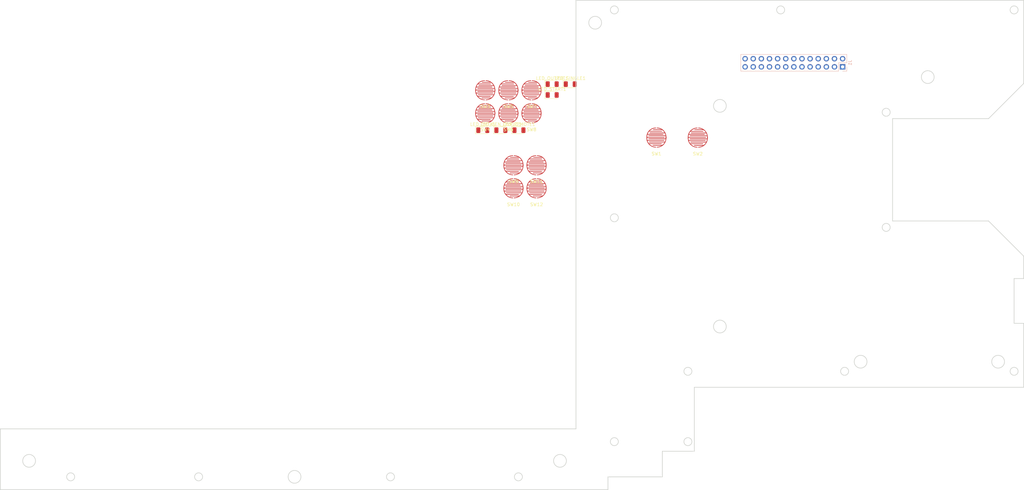
<source format=kicad_pcb>
(kicad_pcb (version 20171130) (host pcbnew "(5.1.8)-1")

  (general
    (thickness 1.6)
    (drawings 236)
    (tracks 0)
    (zones 0)
    (modules 19)
    (nets 58)
  )

  (page A3)
  (title_block
    (title "UPL Keyboard")
    (date 2021-02-02)
    (rev 2)
    (company BVKSound)
  )

  (layers
    (0 F.Cu signal)
    (31 B.Cu signal)
    (32 B.Adhes user)
    (33 F.Adhes user)
    (34 B.Paste user)
    (35 F.Paste user)
    (36 B.SilkS user)
    (37 F.SilkS user)
    (38 B.Mask user)
    (39 F.Mask user)
    (40 Dwgs.User user)
    (41 Cmts.User user)
    (42 Eco1.User user)
    (43 Eco2.User user)
    (44 Edge.Cuts user)
    (45 Margin user)
    (46 B.CrtYd user)
    (47 F.CrtYd user)
    (48 B.Fab user)
    (49 F.Fab user)
  )

  (setup
    (last_trace_width 0.25)
    (trace_clearance 0.2)
    (zone_clearance 0.508)
    (zone_45_only no)
    (trace_min 0.2)
    (via_size 0.8)
    (via_drill 0.4)
    (via_min_size 0.4)
    (via_min_drill 0.3)
    (uvia_size 0.3)
    (uvia_drill 0.1)
    (uvias_allowed no)
    (uvia_min_size 0.2)
    (uvia_min_drill 0.1)
    (edge_width 0.05)
    (segment_width 0.2)
    (pcb_text_width 0.3)
    (pcb_text_size 1.5 1.5)
    (mod_edge_width 0.12)
    (mod_text_size 1 1)
    (mod_text_width 0.15)
    (pad_size 1.524 1.524)
    (pad_drill 0.762)
    (pad_to_mask_clearance 0)
    (aux_axis_origin 0 0)
    (visible_elements 7FFFFFFF)
    (pcbplotparams
      (layerselection 0x010fc_ffffffff)
      (usegerberextensions false)
      (usegerberattributes true)
      (usegerberadvancedattributes true)
      (creategerberjobfile true)
      (excludeedgelayer true)
      (linewidth 0.100000)
      (plotframeref false)
      (viasonmask false)
      (mode 1)
      (useauxorigin false)
      (hpglpennumber 1)
      (hpglpenspeed 20)
      (hpglpendiameter 15.000000)
      (psnegative false)
      (psa4output false)
      (plotreference true)
      (plotvalue true)
      (plotinvisibletext false)
      (padsonsilk false)
      (subtractmaskfromsilk false)
      (outputformat 1)
      (mirror false)
      (drillshape 1)
      (scaleselection 1)
      (outputdirectory ""))
  )

  (net 0 "")
  (net 1 "Net-(SW1-Pad1)")
  (net 2 "Net-(SW1-Pad2)")
  (net 3 "Net-(SW2-Pad2)")
  (net 4 "Net-(LED_DATA1-Pad2)")
  (net 5 "Net-(LED_DATA1-Pad1)")
  (net 6 "Net-(LED_GEN_OVRLD1-Pad2)")
  (net 7 "Net-(LED_GEN_OVRLD1-Pad1)")
  (net 8 "Net-(LED_OUTPUT1-Pad2)")
  (net 9 "Net-(LED_OUTPUT1-Pad1)")
  (net 10 "Net-(LED_REMOTE1-Pad2)")
  (net 11 "Net-(LED_REMOTE1-Pad1)")
  (net 12 "Net-(LED_SINGLE1-Pad1)")
  (net 13 "Net-(SW3-Pad2)")
  (net 14 "Net-(SW3-Pad1)")
  (net 15 "Net-(SW4-Pad2)")
  (net 16 "Net-(SW4-Pad1)")
  (net 17 "Net-(SW5-Pad2)")
  (net 18 "Net-(SW5-Pad1)")
  (net 19 "Net-(SW6-Pad2)")
  (net 20 "Net-(SW6-Pad1)")
  (net 21 "Net-(SW7-Pad2)")
  (net 22 "Net-(SW7-Pad1)")
  (net 23 "Net-(SW8-Pad2)")
  (net 24 "Net-(SW8-Pad1)")
  (net 25 NOT_USED_2)
  (net 26 KEY_DET)
  (net 27 LED_SINGLE)
  (net 28 LED_START)
  (net 29 LED_GEN_OVRLD)
  (net 30 LED_OUTPUT)
  (net 31 LED_REMOTE)
  (net 32 LED_DATA)
  (net 33 BTN_COL_8)
  (net 34 BTN_COL_7)
  (net 35 BTN_COL_6)
  (net 36 BTN_COL_5)
  (net 37 BTN_COL_4)
  (net 38 BTN_COL_3)
  (net 39 BTN_COL_2)
  (net 40 BTN_COL_1)
  (net 41 NOT_USED_1)
  (net 42 BTN_ROW_7)
  (net 43 BTN_ROW_6)
  (net 44 BTN_ROW_5)
  (net 45 BTN_ROW_4)
  (net 46 BTN_ROW_3)
  (net 47 BTN_ROW_2)
  (net 48 BTN_ROW_1)
  (net 49 LED_A)
  (net 50 "Net-(SW9-Pad2)")
  (net 51 "Net-(SW9-Pad1)")
  (net 52 "Net-(SW10-Pad2)")
  (net 53 "Net-(SW10-Pad1)")
  (net 54 "Net-(SW11-Pad2)")
  (net 55 "Net-(SW11-Pad1)")
  (net 56 "Net-(SW12-Pad2)")
  (net 57 "Net-(SW12-Pad1)")

  (net_class Default "This is the default net class."
    (clearance 0.2)
    (trace_width 0.25)
    (via_dia 0.8)
    (via_drill 0.4)
    (uvia_dia 0.3)
    (uvia_drill 0.1)
    (add_net BTN_COL_1)
    (add_net BTN_COL_2)
    (add_net BTN_COL_3)
    (add_net BTN_COL_4)
    (add_net BTN_COL_5)
    (add_net BTN_COL_6)
    (add_net BTN_COL_7)
    (add_net BTN_COL_8)
    (add_net BTN_ROW_1)
    (add_net BTN_ROW_2)
    (add_net BTN_ROW_3)
    (add_net BTN_ROW_4)
    (add_net BTN_ROW_5)
    (add_net BTN_ROW_6)
    (add_net BTN_ROW_7)
    (add_net KEY_DET)
    (add_net LED_A)
    (add_net LED_DATA)
    (add_net LED_GEN_OVRLD)
    (add_net LED_OUTPUT)
    (add_net LED_REMOTE)
    (add_net LED_SINGLE)
    (add_net LED_START)
    (add_net NOT_USED_1)
    (add_net NOT_USED_2)
    (add_net "Net-(LED_DATA1-Pad1)")
    (add_net "Net-(LED_DATA1-Pad2)")
    (add_net "Net-(LED_GEN_OVRLD1-Pad1)")
    (add_net "Net-(LED_GEN_OVRLD1-Pad2)")
    (add_net "Net-(LED_OUTPUT1-Pad1)")
    (add_net "Net-(LED_OUTPUT1-Pad2)")
    (add_net "Net-(LED_REMOTE1-Pad1)")
    (add_net "Net-(LED_REMOTE1-Pad2)")
    (add_net "Net-(LED_SINGLE1-Pad1)")
    (add_net "Net-(SW1-Pad1)")
    (add_net "Net-(SW1-Pad2)")
    (add_net "Net-(SW10-Pad1)")
    (add_net "Net-(SW10-Pad2)")
    (add_net "Net-(SW11-Pad1)")
    (add_net "Net-(SW11-Pad2)")
    (add_net "Net-(SW12-Pad1)")
    (add_net "Net-(SW12-Pad2)")
    (add_net "Net-(SW2-Pad2)")
    (add_net "Net-(SW3-Pad1)")
    (add_net "Net-(SW3-Pad2)")
    (add_net "Net-(SW4-Pad1)")
    (add_net "Net-(SW4-Pad2)")
    (add_net "Net-(SW5-Pad1)")
    (add_net "Net-(SW5-Pad2)")
    (add_net "Net-(SW6-Pad1)")
    (add_net "Net-(SW6-Pad2)")
    (add_net "Net-(SW7-Pad1)")
    (add_net "Net-(SW7-Pad2)")
    (add_net "Net-(SW8-Pad1)")
    (add_net "Net-(SW8-Pad2)")
    (add_net "Net-(SW9-Pad1)")
    (add_net "Net-(SW9-Pad2)")
  )

  (module BVKSound:6mm_Rubber_Button (layer F.Cu) (tedit 6019AE9D) (tstamp 6019CCC7)
    (at 207.83 133.12)
    (path /601B85D6)
    (fp_text reference SW12 (at 0 5.08) (layer F.SilkS)
      (effects (font (size 1 1) (thickness 0.15)))
    )
    (fp_text value STOP (at 0 -5.08) (layer F.Fab)
      (effects (font (size 1 1) (thickness 0.15)))
    )
    (fp_arc (start -0.2 -0.2) (end -0.2 -3) (angle -90) (layer F.Cu) (width 0.2))
    (fp_arc (start 0.2 -0.2) (end 0.2 -3) (angle 90) (layer F.Cu) (width 0.2))
    (fp_arc (start -0.2 0.2) (end -0.2 3) (angle 90) (layer F.Cu) (width 0.2))
    (fp_arc (start 0.2 0.2) (end 0.2 3) (angle -90) (layer F.Cu) (width 0.2))
    (fp_line (start -1.0795 2.413) (end 1.905 2.413) (layer F.Cu) (width 0.2))
    (fp_line (start -2.413 1.905) (end 1.5875 1.905) (layer F.Cu) (width 0.2))
    (fp_line (start -2.2225 1.397) (end 2.667 1.397) (layer F.Cu) (width 0.2))
    (fp_line (start -2.921 0.889) (end 2.365 0.889) (layer F.Cu) (width 0.2))
    (fp_poly (pts (xy 1.1938 -2.921) (xy 1.6002 -2.7432) (xy 2.0066 -2.4892) (xy 2.3876 -2.1082)
      (xy 2.7432 -1.6256) (xy 3.0226 -0.889) (xy 3.1115 -0.0635) (xy 3.048 0.762)
      (xy 2.8194 1.4478) (xy 2.413 2.0955) (xy 2.032 2.4765) (xy 1.4986 2.794)
      (xy 1.016 2.9718) (xy 0.4318 3.0988) (xy -0.4064 3.09245) (xy -1.0414 2.9718)
      (xy -1.7018 2.6924) (xy -2.286 2.2352) (xy -2.6924 1.6764) (xy -2.9972 0.9652)
      (xy -3.1115 0.3175) (xy -3.1115 -0.1905) (xy -2.9845 -1.016) (xy -2.7305 -1.651)
      (xy -2.4892 -1.9812) (xy -2.2098 -2.286) (xy -1.905 -2.54) (xy -1.6002 -2.7432)
      (xy -1.27 -2.8956) (xy -0.9144 -2.9972) (xy -0.5588 -3.0734) (xy -0.0254 -3.0988)
      (xy 0.4064 -3.0988) (xy 0.7874 -3.048)) (layer F.Mask) (width 0.01))
    (fp_line (start 3 -0.2) (end 3 0.2) (layer F.Cu) (width 0.2))
    (fp_line (start -3 0.2) (end -3 -0.2) (layer F.Cu) (width 0.2))
    (fp_line (start -2.8575 -1.016) (end 2.0955 -1.016) (layer F.Cu) (width 0.2))
    (fp_line (start 1.8415 -2.4765) (end -0.9525 -2.4765) (layer F.Cu) (width 0.2))
    (fp_line (start 1.651 -1.9685) (end -2.286 -1.9685) (layer F.Cu) (width 0.2))
    (fp_line (start 2.667 -1.4605) (end -2.03 -1.4605) (layer F.Cu) (width 0.2))
    (fp_line (start 2.921 -0.5715) (end -2.413 -0.5715) (layer F.Cu) (width 0.2))
    (fp_line (start -2.9365 -0.0635) (end 2.4765 -0.0635) (layer F.Cu) (width 0.2))
    (fp_line (start 2.921 0.381) (end -2.413 0.381) (layer F.Cu) (width 0.2))
    (pad 2 smd rect (at 2.9845 0) (size 0.2 0.4) (layers F.Cu F.Paste F.Mask)
      (net 56 "Net-(SW12-Pad2)"))
    (pad 1 smd rect (at -2.9845 0) (size 0.2 0.4) (layers F.Cu F.Paste F.Mask)
      (net 57 "Net-(SW12-Pad1)"))
  )

  (module BVKSound:6mm_Rubber_Button (layer F.Cu) (tedit 6019AE9D) (tstamp 6019CCAF)
    (at 207.83 125.92)
    (path /601B8538)
    (fp_text reference SW11 (at 0 5.08) (layer F.SilkS)
      (effects (font (size 1 1) (thickness 0.15)))
    )
    (fp_text value STOP (at 0 -5.08) (layer F.Fab)
      (effects (font (size 1 1) (thickness 0.15)))
    )
    (fp_arc (start -0.2 -0.2) (end -0.2 -3) (angle -90) (layer F.Cu) (width 0.2))
    (fp_arc (start 0.2 -0.2) (end 0.2 -3) (angle 90) (layer F.Cu) (width 0.2))
    (fp_arc (start -0.2 0.2) (end -0.2 3) (angle 90) (layer F.Cu) (width 0.2))
    (fp_arc (start 0.2 0.2) (end 0.2 3) (angle -90) (layer F.Cu) (width 0.2))
    (fp_line (start -1.0795 2.413) (end 1.905 2.413) (layer F.Cu) (width 0.2))
    (fp_line (start -2.413 1.905) (end 1.5875 1.905) (layer F.Cu) (width 0.2))
    (fp_line (start -2.2225 1.397) (end 2.667 1.397) (layer F.Cu) (width 0.2))
    (fp_line (start -2.921 0.889) (end 2.365 0.889) (layer F.Cu) (width 0.2))
    (fp_poly (pts (xy 1.1938 -2.921) (xy 1.6002 -2.7432) (xy 2.0066 -2.4892) (xy 2.3876 -2.1082)
      (xy 2.7432 -1.6256) (xy 3.0226 -0.889) (xy 3.1115 -0.0635) (xy 3.048 0.762)
      (xy 2.8194 1.4478) (xy 2.413 2.0955) (xy 2.032 2.4765) (xy 1.4986 2.794)
      (xy 1.016 2.9718) (xy 0.4318 3.0988) (xy -0.4064 3.09245) (xy -1.0414 2.9718)
      (xy -1.7018 2.6924) (xy -2.286 2.2352) (xy -2.6924 1.6764) (xy -2.9972 0.9652)
      (xy -3.1115 0.3175) (xy -3.1115 -0.1905) (xy -2.9845 -1.016) (xy -2.7305 -1.651)
      (xy -2.4892 -1.9812) (xy -2.2098 -2.286) (xy -1.905 -2.54) (xy -1.6002 -2.7432)
      (xy -1.27 -2.8956) (xy -0.9144 -2.9972) (xy -0.5588 -3.0734) (xy -0.0254 -3.0988)
      (xy 0.4064 -3.0988) (xy 0.7874 -3.048)) (layer F.Mask) (width 0.01))
    (fp_line (start 3 -0.2) (end 3 0.2) (layer F.Cu) (width 0.2))
    (fp_line (start -3 0.2) (end -3 -0.2) (layer F.Cu) (width 0.2))
    (fp_line (start -2.8575 -1.016) (end 2.0955 -1.016) (layer F.Cu) (width 0.2))
    (fp_line (start 1.8415 -2.4765) (end -0.9525 -2.4765) (layer F.Cu) (width 0.2))
    (fp_line (start 1.651 -1.9685) (end -2.286 -1.9685) (layer F.Cu) (width 0.2))
    (fp_line (start 2.667 -1.4605) (end -2.03 -1.4605) (layer F.Cu) (width 0.2))
    (fp_line (start 2.921 -0.5715) (end -2.413 -0.5715) (layer F.Cu) (width 0.2))
    (fp_line (start -2.9365 -0.0635) (end 2.4765 -0.0635) (layer F.Cu) (width 0.2))
    (fp_line (start 2.921 0.381) (end -2.413 0.381) (layer F.Cu) (width 0.2))
    (pad 2 smd rect (at 2.9845 0) (size 0.2 0.4) (layers F.Cu F.Paste F.Mask)
      (net 54 "Net-(SW11-Pad2)"))
    (pad 1 smd rect (at -2.9845 0) (size 0.2 0.4) (layers F.Cu F.Paste F.Mask)
      (net 55 "Net-(SW11-Pad1)"))
  )

  (module BVKSound:6mm_Rubber_Button (layer F.Cu) (tedit 6019AE9D) (tstamp 6019CC97)
    (at 200.6 133.12)
    (path /601B8532)
    (fp_text reference SW10 (at 0 5.08) (layer F.SilkS)
      (effects (font (size 1 1) (thickness 0.15)))
    )
    (fp_text value SINGLE (at 0 -5.08) (layer F.Fab)
      (effects (font (size 1 1) (thickness 0.15)))
    )
    (fp_arc (start -0.2 -0.2) (end -0.2 -3) (angle -90) (layer F.Cu) (width 0.2))
    (fp_arc (start 0.2 -0.2) (end 0.2 -3) (angle 90) (layer F.Cu) (width 0.2))
    (fp_arc (start -0.2 0.2) (end -0.2 3) (angle 90) (layer F.Cu) (width 0.2))
    (fp_arc (start 0.2 0.2) (end 0.2 3) (angle -90) (layer F.Cu) (width 0.2))
    (fp_line (start -1.0795 2.413) (end 1.905 2.413) (layer F.Cu) (width 0.2))
    (fp_line (start -2.413 1.905) (end 1.5875 1.905) (layer F.Cu) (width 0.2))
    (fp_line (start -2.2225 1.397) (end 2.667 1.397) (layer F.Cu) (width 0.2))
    (fp_line (start -2.921 0.889) (end 2.365 0.889) (layer F.Cu) (width 0.2))
    (fp_poly (pts (xy 1.1938 -2.921) (xy 1.6002 -2.7432) (xy 2.0066 -2.4892) (xy 2.3876 -2.1082)
      (xy 2.7432 -1.6256) (xy 3.0226 -0.889) (xy 3.1115 -0.0635) (xy 3.048 0.762)
      (xy 2.8194 1.4478) (xy 2.413 2.0955) (xy 2.032 2.4765) (xy 1.4986 2.794)
      (xy 1.016 2.9718) (xy 0.4318 3.0988) (xy -0.4064 3.09245) (xy -1.0414 2.9718)
      (xy -1.7018 2.6924) (xy -2.286 2.2352) (xy -2.6924 1.6764) (xy -2.9972 0.9652)
      (xy -3.1115 0.3175) (xy -3.1115 -0.1905) (xy -2.9845 -1.016) (xy -2.7305 -1.651)
      (xy -2.4892 -1.9812) (xy -2.2098 -2.286) (xy -1.905 -2.54) (xy -1.6002 -2.7432)
      (xy -1.27 -2.8956) (xy -0.9144 -2.9972) (xy -0.5588 -3.0734) (xy -0.0254 -3.0988)
      (xy 0.4064 -3.0988) (xy 0.7874 -3.048)) (layer F.Mask) (width 0.01))
    (fp_line (start 3 -0.2) (end 3 0.2) (layer F.Cu) (width 0.2))
    (fp_line (start -3 0.2) (end -3 -0.2) (layer F.Cu) (width 0.2))
    (fp_line (start -2.8575 -1.016) (end 2.0955 -1.016) (layer F.Cu) (width 0.2))
    (fp_line (start 1.8415 -2.4765) (end -0.9525 -2.4765) (layer F.Cu) (width 0.2))
    (fp_line (start 1.651 -1.9685) (end -2.286 -1.9685) (layer F.Cu) (width 0.2))
    (fp_line (start 2.667 -1.4605) (end -2.03 -1.4605) (layer F.Cu) (width 0.2))
    (fp_line (start 2.921 -0.5715) (end -2.413 -0.5715) (layer F.Cu) (width 0.2))
    (fp_line (start -2.9365 -0.0635) (end 2.4765 -0.0635) (layer F.Cu) (width 0.2))
    (fp_line (start 2.921 0.381) (end -2.413 0.381) (layer F.Cu) (width 0.2))
    (pad 2 smd rect (at 2.9845 0) (size 0.2 0.4) (layers F.Cu F.Paste F.Mask)
      (net 52 "Net-(SW10-Pad2)"))
    (pad 1 smd rect (at -2.9845 0) (size 0.2 0.4) (layers F.Cu F.Paste F.Mask)
      (net 53 "Net-(SW10-Pad1)"))
  )

  (module BVKSound:6mm_Rubber_Button (layer F.Cu) (tedit 6019AE9D) (tstamp 6019CC7F)
    (at 200.6 125.92)
    (path /601B853E)
    (fp_text reference SW9 (at 0 5.08) (layer F.SilkS)
      (effects (font (size 1 1) (thickness 0.15)))
    )
    (fp_text value START (at 0 -5.08) (layer F.Fab)
      (effects (font (size 1 1) (thickness 0.15)))
    )
    (fp_arc (start -0.2 -0.2) (end -0.2 -3) (angle -90) (layer F.Cu) (width 0.2))
    (fp_arc (start 0.2 -0.2) (end 0.2 -3) (angle 90) (layer F.Cu) (width 0.2))
    (fp_arc (start -0.2 0.2) (end -0.2 3) (angle 90) (layer F.Cu) (width 0.2))
    (fp_arc (start 0.2 0.2) (end 0.2 3) (angle -90) (layer F.Cu) (width 0.2))
    (fp_line (start -1.0795 2.413) (end 1.905 2.413) (layer F.Cu) (width 0.2))
    (fp_line (start -2.413 1.905) (end 1.5875 1.905) (layer F.Cu) (width 0.2))
    (fp_line (start -2.2225 1.397) (end 2.667 1.397) (layer F.Cu) (width 0.2))
    (fp_line (start -2.921 0.889) (end 2.365 0.889) (layer F.Cu) (width 0.2))
    (fp_poly (pts (xy 1.1938 -2.921) (xy 1.6002 -2.7432) (xy 2.0066 -2.4892) (xy 2.3876 -2.1082)
      (xy 2.7432 -1.6256) (xy 3.0226 -0.889) (xy 3.1115 -0.0635) (xy 3.048 0.762)
      (xy 2.8194 1.4478) (xy 2.413 2.0955) (xy 2.032 2.4765) (xy 1.4986 2.794)
      (xy 1.016 2.9718) (xy 0.4318 3.0988) (xy -0.4064 3.09245) (xy -1.0414 2.9718)
      (xy -1.7018 2.6924) (xy -2.286 2.2352) (xy -2.6924 1.6764) (xy -2.9972 0.9652)
      (xy -3.1115 0.3175) (xy -3.1115 -0.1905) (xy -2.9845 -1.016) (xy -2.7305 -1.651)
      (xy -2.4892 -1.9812) (xy -2.2098 -2.286) (xy -1.905 -2.54) (xy -1.6002 -2.7432)
      (xy -1.27 -2.8956) (xy -0.9144 -2.9972) (xy -0.5588 -3.0734) (xy -0.0254 -3.0988)
      (xy 0.4064 -3.0988) (xy 0.7874 -3.048)) (layer F.Mask) (width 0.01))
    (fp_line (start 3 -0.2) (end 3 0.2) (layer F.Cu) (width 0.2))
    (fp_line (start -3 0.2) (end -3 -0.2) (layer F.Cu) (width 0.2))
    (fp_line (start -2.8575 -1.016) (end 2.0955 -1.016) (layer F.Cu) (width 0.2))
    (fp_line (start 1.8415 -2.4765) (end -0.9525 -2.4765) (layer F.Cu) (width 0.2))
    (fp_line (start 1.651 -1.9685) (end -2.286 -1.9685) (layer F.Cu) (width 0.2))
    (fp_line (start 2.667 -1.4605) (end -2.03 -1.4605) (layer F.Cu) (width 0.2))
    (fp_line (start 2.921 -0.5715) (end -2.413 -0.5715) (layer F.Cu) (width 0.2))
    (fp_line (start -2.9365 -0.0635) (end 2.4765 -0.0635) (layer F.Cu) (width 0.2))
    (fp_line (start 2.921 0.381) (end -2.413 0.381) (layer F.Cu) (width 0.2))
    (pad 2 smd rect (at 2.9845 0) (size 0.2 0.4) (layers F.Cu F.Paste F.Mask)
      (net 50 "Net-(SW9-Pad2)"))
    (pad 1 smd rect (at -2.9845 0) (size 0.2 0.4) (layers F.Cu F.Paste F.Mask)
      (net 51 "Net-(SW9-Pad1)"))
  )

  (module BVKSound:6mm_Rubber_Button (layer F.Cu) (tedit 6019AE9D) (tstamp 6019C5C9)
    (at 206.2515 109.6688)
    (path /601A881D)
    (fp_text reference SW8 (at 0 5.08) (layer F.SilkS)
      (effects (font (size 1 1) (thickness 0.15)))
    )
    (fp_text value LOCAL (at 0 -5.08) (layer F.Fab)
      (effects (font (size 1 1) (thickness 0.15)))
    )
    (fp_arc (start -0.2 -0.2) (end -0.2 -3) (angle -90) (layer F.Cu) (width 0.2))
    (fp_arc (start 0.2 -0.2) (end 0.2 -3) (angle 90) (layer F.Cu) (width 0.2))
    (fp_arc (start -0.2 0.2) (end -0.2 3) (angle 90) (layer F.Cu) (width 0.2))
    (fp_arc (start 0.2 0.2) (end 0.2 3) (angle -90) (layer F.Cu) (width 0.2))
    (fp_line (start -1.0795 2.413) (end 1.905 2.413) (layer F.Cu) (width 0.2))
    (fp_line (start -2.413 1.905) (end 1.5875 1.905) (layer F.Cu) (width 0.2))
    (fp_line (start -2.2225 1.397) (end 2.667 1.397) (layer F.Cu) (width 0.2))
    (fp_line (start -2.921 0.889) (end 2.365 0.889) (layer F.Cu) (width 0.2))
    (fp_poly (pts (xy 1.1938 -2.921) (xy 1.6002 -2.7432) (xy 2.0066 -2.4892) (xy 2.3876 -2.1082)
      (xy 2.7432 -1.6256) (xy 3.0226 -0.889) (xy 3.1115 -0.0635) (xy 3.048 0.762)
      (xy 2.8194 1.4478) (xy 2.413 2.0955) (xy 2.032 2.4765) (xy 1.4986 2.794)
      (xy 1.016 2.9718) (xy 0.4318 3.0988) (xy -0.4064 3.09245) (xy -1.0414 2.9718)
      (xy -1.7018 2.6924) (xy -2.286 2.2352) (xy -2.6924 1.6764) (xy -2.9972 0.9652)
      (xy -3.1115 0.3175) (xy -3.1115 -0.1905) (xy -2.9845 -1.016) (xy -2.7305 -1.651)
      (xy -2.4892 -1.9812) (xy -2.2098 -2.286) (xy -1.905 -2.54) (xy -1.6002 -2.7432)
      (xy -1.27 -2.8956) (xy -0.9144 -2.9972) (xy -0.5588 -3.0734) (xy -0.0254 -3.0988)
      (xy 0.4064 -3.0988) (xy 0.7874 -3.048)) (layer F.Mask) (width 0.01))
    (fp_line (start 3 -0.2) (end 3 0.2) (layer F.Cu) (width 0.2))
    (fp_line (start -3 0.2) (end -3 -0.2) (layer F.Cu) (width 0.2))
    (fp_line (start -2.8575 -1.016) (end 2.0955 -1.016) (layer F.Cu) (width 0.2))
    (fp_line (start 1.8415 -2.4765) (end -0.9525 -2.4765) (layer F.Cu) (width 0.2))
    (fp_line (start 1.651 -1.9685) (end -2.286 -1.9685) (layer F.Cu) (width 0.2))
    (fp_line (start 2.667 -1.4605) (end -2.03 -1.4605) (layer F.Cu) (width 0.2))
    (fp_line (start 2.921 -0.5715) (end -2.413 -0.5715) (layer F.Cu) (width 0.2))
    (fp_line (start -2.9365 -0.0635) (end 2.4765 -0.0635) (layer F.Cu) (width 0.2))
    (fp_line (start 2.921 0.381) (end -2.413 0.381) (layer F.Cu) (width 0.2))
    (pad 2 smd rect (at 2.9845 0) (size 0.2 0.4) (layers F.Cu F.Paste F.Mask)
      (net 23 "Net-(SW8-Pad2)"))
    (pad 1 smd rect (at -2.9845 0) (size 0.2 0.4) (layers F.Cu F.Paste F.Mask)
      (net 24 "Net-(SW8-Pad1)"))
  )

  (module BVKSound:6mm_Rubber_Button (layer F.Cu) (tedit 6019AE9D) (tstamp 6019C5B1)
    (at 206.2515 102.4688)
    (path /601A8F21)
    (fp_text reference SW7 (at 0 5.08) (layer F.SilkS)
      (effects (font (size 1 1) (thickness 0.15)))
    )
    (fp_text value OUTPUT (at 0 -5.08) (layer F.Fab)
      (effects (font (size 1 1) (thickness 0.15)))
    )
    (fp_arc (start -0.2 -0.2) (end -0.2 -3) (angle -90) (layer F.Cu) (width 0.2))
    (fp_arc (start 0.2 -0.2) (end 0.2 -3) (angle 90) (layer F.Cu) (width 0.2))
    (fp_arc (start -0.2 0.2) (end -0.2 3) (angle 90) (layer F.Cu) (width 0.2))
    (fp_arc (start 0.2 0.2) (end 0.2 3) (angle -90) (layer F.Cu) (width 0.2))
    (fp_line (start -1.0795 2.413) (end 1.905 2.413) (layer F.Cu) (width 0.2))
    (fp_line (start -2.413 1.905) (end 1.5875 1.905) (layer F.Cu) (width 0.2))
    (fp_line (start -2.2225 1.397) (end 2.667 1.397) (layer F.Cu) (width 0.2))
    (fp_line (start -2.921 0.889) (end 2.365 0.889) (layer F.Cu) (width 0.2))
    (fp_poly (pts (xy 1.1938 -2.921) (xy 1.6002 -2.7432) (xy 2.0066 -2.4892) (xy 2.3876 -2.1082)
      (xy 2.7432 -1.6256) (xy 3.0226 -0.889) (xy 3.1115 -0.0635) (xy 3.048 0.762)
      (xy 2.8194 1.4478) (xy 2.413 2.0955) (xy 2.032 2.4765) (xy 1.4986 2.794)
      (xy 1.016 2.9718) (xy 0.4318 3.0988) (xy -0.4064 3.09245) (xy -1.0414 2.9718)
      (xy -1.7018 2.6924) (xy -2.286 2.2352) (xy -2.6924 1.6764) (xy -2.9972 0.9652)
      (xy -3.1115 0.3175) (xy -3.1115 -0.1905) (xy -2.9845 -1.016) (xy -2.7305 -1.651)
      (xy -2.4892 -1.9812) (xy -2.2098 -2.286) (xy -1.905 -2.54) (xy -1.6002 -2.7432)
      (xy -1.27 -2.8956) (xy -0.9144 -2.9972) (xy -0.5588 -3.0734) (xy -0.0254 -3.0988)
      (xy 0.4064 -3.0988) (xy 0.7874 -3.048)) (layer F.Mask) (width 0.01))
    (fp_line (start 3 -0.2) (end 3 0.2) (layer F.Cu) (width 0.2))
    (fp_line (start -3 0.2) (end -3 -0.2) (layer F.Cu) (width 0.2))
    (fp_line (start -2.8575 -1.016) (end 2.0955 -1.016) (layer F.Cu) (width 0.2))
    (fp_line (start 1.8415 -2.4765) (end -0.9525 -2.4765) (layer F.Cu) (width 0.2))
    (fp_line (start 1.651 -1.9685) (end -2.286 -1.9685) (layer F.Cu) (width 0.2))
    (fp_line (start 2.667 -1.4605) (end -2.03 -1.4605) (layer F.Cu) (width 0.2))
    (fp_line (start 2.921 -0.5715) (end -2.413 -0.5715) (layer F.Cu) (width 0.2))
    (fp_line (start -2.9365 -0.0635) (end 2.4765 -0.0635) (layer F.Cu) (width 0.2))
    (fp_line (start 2.921 0.381) (end -2.413 0.381) (layer F.Cu) (width 0.2))
    (pad 2 smd rect (at 2.9845 0) (size 0.2 0.4) (layers F.Cu F.Paste F.Mask)
      (net 21 "Net-(SW7-Pad2)"))
    (pad 1 smd rect (at -2.9845 0) (size 0.2 0.4) (layers F.Cu F.Paste F.Mask)
      (net 22 "Net-(SW7-Pad1)"))
  )

  (module BVKSound:6mm_Rubber_Button (layer F.Cu) (tedit 6019AE9D) (tstamp 6019C599)
    (at 199.0215 109.6688)
    (path /601A931D)
    (fp_text reference SW6 (at 0 5.08) (layer F.SilkS)
      (effects (font (size 1 1) (thickness 0.15)))
    )
    (fp_text value CONTRAST (at 0 -5.08) (layer F.Fab)
      (effects (font (size 1 1) (thickness 0.15)))
    )
    (fp_arc (start -0.2 -0.2) (end -0.2 -3) (angle -90) (layer F.Cu) (width 0.2))
    (fp_arc (start 0.2 -0.2) (end 0.2 -3) (angle 90) (layer F.Cu) (width 0.2))
    (fp_arc (start -0.2 0.2) (end -0.2 3) (angle 90) (layer F.Cu) (width 0.2))
    (fp_arc (start 0.2 0.2) (end 0.2 3) (angle -90) (layer F.Cu) (width 0.2))
    (fp_line (start -1.0795 2.413) (end 1.905 2.413) (layer F.Cu) (width 0.2))
    (fp_line (start -2.413 1.905) (end 1.5875 1.905) (layer F.Cu) (width 0.2))
    (fp_line (start -2.2225 1.397) (end 2.667 1.397) (layer F.Cu) (width 0.2))
    (fp_line (start -2.921 0.889) (end 2.365 0.889) (layer F.Cu) (width 0.2))
    (fp_poly (pts (xy 1.1938 -2.921) (xy 1.6002 -2.7432) (xy 2.0066 -2.4892) (xy 2.3876 -2.1082)
      (xy 2.7432 -1.6256) (xy 3.0226 -0.889) (xy 3.1115 -0.0635) (xy 3.048 0.762)
      (xy 2.8194 1.4478) (xy 2.413 2.0955) (xy 2.032 2.4765) (xy 1.4986 2.794)
      (xy 1.016 2.9718) (xy 0.4318 3.0988) (xy -0.4064 3.09245) (xy -1.0414 2.9718)
      (xy -1.7018 2.6924) (xy -2.286 2.2352) (xy -2.6924 1.6764) (xy -2.9972 0.9652)
      (xy -3.1115 0.3175) (xy -3.1115 -0.1905) (xy -2.9845 -1.016) (xy -2.7305 -1.651)
      (xy -2.4892 -1.9812) (xy -2.2098 -2.286) (xy -1.905 -2.54) (xy -1.6002 -2.7432)
      (xy -1.27 -2.8956) (xy -0.9144 -2.9972) (xy -0.5588 -3.0734) (xy -0.0254 -3.0988)
      (xy 0.4064 -3.0988) (xy 0.7874 -3.048)) (layer F.Mask) (width 0.01))
    (fp_line (start 3 -0.2) (end 3 0.2) (layer F.Cu) (width 0.2))
    (fp_line (start -3 0.2) (end -3 -0.2) (layer F.Cu) (width 0.2))
    (fp_line (start -2.8575 -1.016) (end 2.0955 -1.016) (layer F.Cu) (width 0.2))
    (fp_line (start 1.8415 -2.4765) (end -0.9525 -2.4765) (layer F.Cu) (width 0.2))
    (fp_line (start 1.651 -1.9685) (end -2.286 -1.9685) (layer F.Cu) (width 0.2))
    (fp_line (start 2.667 -1.4605) (end -2.03 -1.4605) (layer F.Cu) (width 0.2))
    (fp_line (start 2.921 -0.5715) (end -2.413 -0.5715) (layer F.Cu) (width 0.2))
    (fp_line (start -2.9365 -0.0635) (end 2.4765 -0.0635) (layer F.Cu) (width 0.2))
    (fp_line (start 2.921 0.381) (end -2.413 0.381) (layer F.Cu) (width 0.2))
    (pad 2 smd rect (at 2.9845 0) (size 0.2 0.4) (layers F.Cu F.Paste F.Mask)
      (net 19 "Net-(SW6-Pad2)"))
    (pad 1 smd rect (at -2.9845 0) (size 0.2 0.4) (layers F.Cu F.Paste F.Mask)
      (net 20 "Net-(SW6-Pad1)"))
  )

  (module BVKSound:6mm_Rubber_Button (layer F.Cu) (tedit 6019AE9D) (tstamp 6019C581)
    (at 199.0215 102.4688)
    (path /601A9594)
    (fp_text reference SW5 (at 0 5.08) (layer F.SilkS)
      (effects (font (size 1 1) (thickness 0.15)))
    )
    (fp_text value SYSTEM (at 0 -5.08) (layer F.Fab)
      (effects (font (size 1 1) (thickness 0.15)))
    )
    (fp_arc (start -0.2 -0.2) (end -0.2 -3) (angle -90) (layer F.Cu) (width 0.2))
    (fp_arc (start 0.2 -0.2) (end 0.2 -3) (angle 90) (layer F.Cu) (width 0.2))
    (fp_arc (start -0.2 0.2) (end -0.2 3) (angle 90) (layer F.Cu) (width 0.2))
    (fp_arc (start 0.2 0.2) (end 0.2 3) (angle -90) (layer F.Cu) (width 0.2))
    (fp_line (start -1.0795 2.413) (end 1.905 2.413) (layer F.Cu) (width 0.2))
    (fp_line (start -2.413 1.905) (end 1.5875 1.905) (layer F.Cu) (width 0.2))
    (fp_line (start -2.2225 1.397) (end 2.667 1.397) (layer F.Cu) (width 0.2))
    (fp_line (start -2.921 0.889) (end 2.365 0.889) (layer F.Cu) (width 0.2))
    (fp_poly (pts (xy 1.1938 -2.921) (xy 1.6002 -2.7432) (xy 2.0066 -2.4892) (xy 2.3876 -2.1082)
      (xy 2.7432 -1.6256) (xy 3.0226 -0.889) (xy 3.1115 -0.0635) (xy 3.048 0.762)
      (xy 2.8194 1.4478) (xy 2.413 2.0955) (xy 2.032 2.4765) (xy 1.4986 2.794)
      (xy 1.016 2.9718) (xy 0.4318 3.0988) (xy -0.4064 3.09245) (xy -1.0414 2.9718)
      (xy -1.7018 2.6924) (xy -2.286 2.2352) (xy -2.6924 1.6764) (xy -2.9972 0.9652)
      (xy -3.1115 0.3175) (xy -3.1115 -0.1905) (xy -2.9845 -1.016) (xy -2.7305 -1.651)
      (xy -2.4892 -1.9812) (xy -2.2098 -2.286) (xy -1.905 -2.54) (xy -1.6002 -2.7432)
      (xy -1.27 -2.8956) (xy -0.9144 -2.9972) (xy -0.5588 -3.0734) (xy -0.0254 -3.0988)
      (xy 0.4064 -3.0988) (xy 0.7874 -3.048)) (layer F.Mask) (width 0.01))
    (fp_line (start 3 -0.2) (end 3 0.2) (layer F.Cu) (width 0.2))
    (fp_line (start -3 0.2) (end -3 -0.2) (layer F.Cu) (width 0.2))
    (fp_line (start -2.8575 -1.016) (end 2.0955 -1.016) (layer F.Cu) (width 0.2))
    (fp_line (start 1.8415 -2.4765) (end -0.9525 -2.4765) (layer F.Cu) (width 0.2))
    (fp_line (start 1.651 -1.9685) (end -2.286 -1.9685) (layer F.Cu) (width 0.2))
    (fp_line (start 2.667 -1.4605) (end -2.03 -1.4605) (layer F.Cu) (width 0.2))
    (fp_line (start 2.921 -0.5715) (end -2.413 -0.5715) (layer F.Cu) (width 0.2))
    (fp_line (start -2.9365 -0.0635) (end 2.4765 -0.0635) (layer F.Cu) (width 0.2))
    (fp_line (start 2.921 0.381) (end -2.413 0.381) (layer F.Cu) (width 0.2))
    (pad 2 smd rect (at 2.9845 0) (size 0.2 0.4) (layers F.Cu F.Paste F.Mask)
      (net 17 "Net-(SW5-Pad2)"))
    (pad 1 smd rect (at -2.9845 0) (size 0.2 0.4) (layers F.Cu F.Paste F.Mask)
      (net 18 "Net-(SW5-Pad1)"))
  )

  (module BVKSound:6mm_Rubber_Button (layer F.Cu) (tedit 6019AE9D) (tstamp 6019C569)
    (at 191.7915 109.6688)
    (path /601A9861)
    (fp_text reference SW4 (at 0 5.08) (layer F.SilkS)
      (effects (font (size 1 1) (thickness 0.15)))
    )
    (fp_text value HCOPY (at 0 -5.08) (layer F.Fab)
      (effects (font (size 1 1) (thickness 0.15)))
    )
    (fp_arc (start -0.2 -0.2) (end -0.2 -3) (angle -90) (layer F.Cu) (width 0.2))
    (fp_arc (start 0.2 -0.2) (end 0.2 -3) (angle 90) (layer F.Cu) (width 0.2))
    (fp_arc (start -0.2 0.2) (end -0.2 3) (angle 90) (layer F.Cu) (width 0.2))
    (fp_arc (start 0.2 0.2) (end 0.2 3) (angle -90) (layer F.Cu) (width 0.2))
    (fp_line (start -1.0795 2.413) (end 1.905 2.413) (layer F.Cu) (width 0.2))
    (fp_line (start -2.413 1.905) (end 1.5875 1.905) (layer F.Cu) (width 0.2))
    (fp_line (start -2.2225 1.397) (end 2.667 1.397) (layer F.Cu) (width 0.2))
    (fp_line (start -2.921 0.889) (end 2.365 0.889) (layer F.Cu) (width 0.2))
    (fp_poly (pts (xy 1.1938 -2.921) (xy 1.6002 -2.7432) (xy 2.0066 -2.4892) (xy 2.3876 -2.1082)
      (xy 2.7432 -1.6256) (xy 3.0226 -0.889) (xy 3.1115 -0.0635) (xy 3.048 0.762)
      (xy 2.8194 1.4478) (xy 2.413 2.0955) (xy 2.032 2.4765) (xy 1.4986 2.794)
      (xy 1.016 2.9718) (xy 0.4318 3.0988) (xy -0.4064 3.09245) (xy -1.0414 2.9718)
      (xy -1.7018 2.6924) (xy -2.286 2.2352) (xy -2.6924 1.6764) (xy -2.9972 0.9652)
      (xy -3.1115 0.3175) (xy -3.1115 -0.1905) (xy -2.9845 -1.016) (xy -2.7305 -1.651)
      (xy -2.4892 -1.9812) (xy -2.2098 -2.286) (xy -1.905 -2.54) (xy -1.6002 -2.7432)
      (xy -1.27 -2.8956) (xy -0.9144 -2.9972) (xy -0.5588 -3.0734) (xy -0.0254 -3.0988)
      (xy 0.4064 -3.0988) (xy 0.7874 -3.048)) (layer F.Mask) (width 0.01))
    (fp_line (start 3 -0.2) (end 3 0.2) (layer F.Cu) (width 0.2))
    (fp_line (start -3 0.2) (end -3 -0.2) (layer F.Cu) (width 0.2))
    (fp_line (start -2.8575 -1.016) (end 2.0955 -1.016) (layer F.Cu) (width 0.2))
    (fp_line (start 1.8415 -2.4765) (end -0.9525 -2.4765) (layer F.Cu) (width 0.2))
    (fp_line (start 1.651 -1.9685) (end -2.286 -1.9685) (layer F.Cu) (width 0.2))
    (fp_line (start 2.667 -1.4605) (end -2.03 -1.4605) (layer F.Cu) (width 0.2))
    (fp_line (start 2.921 -0.5715) (end -2.413 -0.5715) (layer F.Cu) (width 0.2))
    (fp_line (start -2.9365 -0.0635) (end 2.4765 -0.0635) (layer F.Cu) (width 0.2))
    (fp_line (start 2.921 0.381) (end -2.413 0.381) (layer F.Cu) (width 0.2))
    (pad 2 smd rect (at 2.9845 0) (size 0.2 0.4) (layers F.Cu F.Paste F.Mask)
      (net 15 "Net-(SW4-Pad2)"))
    (pad 1 smd rect (at -2.9845 0) (size 0.2 0.4) (layers F.Cu F.Paste F.Mask)
      (net 16 "Net-(SW4-Pad1)"))
  )

  (module BVKSound:6mm_Rubber_Button (layer F.Cu) (tedit 6019AE9D) (tstamp 6019C551)
    (at 191.7915 102.4688)
    (path /601A7AE5)
    (fp_text reference SW3 (at 0 5.08) (layer F.SilkS)
      (effects (font (size 1 1) (thickness 0.15)))
    )
    (fp_text value STOP (at 0 -5.08) (layer F.Fab)
      (effects (font (size 1 1) (thickness 0.15)))
    )
    (fp_arc (start -0.2 -0.2) (end -0.2 -3) (angle -90) (layer F.Cu) (width 0.2))
    (fp_arc (start 0.2 -0.2) (end 0.2 -3) (angle 90) (layer F.Cu) (width 0.2))
    (fp_arc (start -0.2 0.2) (end -0.2 3) (angle 90) (layer F.Cu) (width 0.2))
    (fp_arc (start 0.2 0.2) (end 0.2 3) (angle -90) (layer F.Cu) (width 0.2))
    (fp_line (start -1.0795 2.413) (end 1.905 2.413) (layer F.Cu) (width 0.2))
    (fp_line (start -2.413 1.905) (end 1.5875 1.905) (layer F.Cu) (width 0.2))
    (fp_line (start -2.2225 1.397) (end 2.667 1.397) (layer F.Cu) (width 0.2))
    (fp_line (start -2.921 0.889) (end 2.365 0.889) (layer F.Cu) (width 0.2))
    (fp_poly (pts (xy 1.1938 -2.921) (xy 1.6002 -2.7432) (xy 2.0066 -2.4892) (xy 2.3876 -2.1082)
      (xy 2.7432 -1.6256) (xy 3.0226 -0.889) (xy 3.1115 -0.0635) (xy 3.048 0.762)
      (xy 2.8194 1.4478) (xy 2.413 2.0955) (xy 2.032 2.4765) (xy 1.4986 2.794)
      (xy 1.016 2.9718) (xy 0.4318 3.0988) (xy -0.4064 3.09245) (xy -1.0414 2.9718)
      (xy -1.7018 2.6924) (xy -2.286 2.2352) (xy -2.6924 1.6764) (xy -2.9972 0.9652)
      (xy -3.1115 0.3175) (xy -3.1115 -0.1905) (xy -2.9845 -1.016) (xy -2.7305 -1.651)
      (xy -2.4892 -1.9812) (xy -2.2098 -2.286) (xy -1.905 -2.54) (xy -1.6002 -2.7432)
      (xy -1.27 -2.8956) (xy -0.9144 -2.9972) (xy -0.5588 -3.0734) (xy -0.0254 -3.0988)
      (xy 0.4064 -3.0988) (xy 0.7874 -3.048)) (layer F.Mask) (width 0.01))
    (fp_line (start 3 -0.2) (end 3 0.2) (layer F.Cu) (width 0.2))
    (fp_line (start -3 0.2) (end -3 -0.2) (layer F.Cu) (width 0.2))
    (fp_line (start -2.8575 -1.016) (end 2.0955 -1.016) (layer F.Cu) (width 0.2))
    (fp_line (start 1.8415 -2.4765) (end -0.9525 -2.4765) (layer F.Cu) (width 0.2))
    (fp_line (start 1.651 -1.9685) (end -2.286 -1.9685) (layer F.Cu) (width 0.2))
    (fp_line (start 2.667 -1.4605) (end -2.03 -1.4605) (layer F.Cu) (width 0.2))
    (fp_line (start 2.921 -0.5715) (end -2.413 -0.5715) (layer F.Cu) (width 0.2))
    (fp_line (start -2.9365 -0.0635) (end 2.4765 -0.0635) (layer F.Cu) (width 0.2))
    (fp_line (start 2.921 0.381) (end -2.413 0.381) (layer F.Cu) (width 0.2))
    (pad 2 smd rect (at 2.9845 0) (size 0.2 0.4) (layers F.Cu F.Paste F.Mask)
      (net 13 "Net-(SW3-Pad2)"))
    (pad 1 smd rect (at -2.9845 0) (size 0.2 0.4) (layers F.Cu F.Paste F.Mask)
      (net 14 "Net-(SW3-Pad1)"))
  )

  (module LED_SMD:LED_1206_3216Metric (layer F.Cu) (tedit 5F68FEF1) (tstamp 6019C50B)
    (at 212.71 103.95)
    (descr "LED SMD 1206 (3216 Metric), square (rectangular) end terminal, IPC_7351 nominal, (Body size source: http://www.tortai-tech.com/upload/download/2011102023233369053.pdf), generated with kicad-footprint-generator")
    (tags LED)
    (path /601A0E90)
    (attr smd)
    (fp_text reference LED_START1 (at 0 -1.82) (layer F.SilkS)
      (effects (font (size 1 1) (thickness 0.15)))
    )
    (fp_text value LED (at 0 1.82) (layer F.Fab)
      (effects (font (size 1 1) (thickness 0.15)))
    )
    (fp_text user %R (at 0 0) (layer F.Fab)
      (effects (font (size 0.8 0.8) (thickness 0.12)))
    )
    (fp_line (start 1.6 -0.8) (end -1.2 -0.8) (layer F.Fab) (width 0.1))
    (fp_line (start -1.2 -0.8) (end -1.6 -0.4) (layer F.Fab) (width 0.1))
    (fp_line (start -1.6 -0.4) (end -1.6 0.8) (layer F.Fab) (width 0.1))
    (fp_line (start -1.6 0.8) (end 1.6 0.8) (layer F.Fab) (width 0.1))
    (fp_line (start 1.6 0.8) (end 1.6 -0.8) (layer F.Fab) (width 0.1))
    (fp_line (start 1.6 -1.135) (end -2.285 -1.135) (layer F.SilkS) (width 0.12))
    (fp_line (start -2.285 -1.135) (end -2.285 1.135) (layer F.SilkS) (width 0.12))
    (fp_line (start -2.285 1.135) (end 1.6 1.135) (layer F.SilkS) (width 0.12))
    (fp_line (start -2.28 1.12) (end -2.28 -1.12) (layer F.CrtYd) (width 0.05))
    (fp_line (start -2.28 -1.12) (end 2.28 -1.12) (layer F.CrtYd) (width 0.05))
    (fp_line (start 2.28 -1.12) (end 2.28 1.12) (layer F.CrtYd) (width 0.05))
    (fp_line (start 2.28 1.12) (end -2.28 1.12) (layer F.CrtYd) (width 0.05))
    (pad 2 smd roundrect (at 1.4 0) (size 1.25 1.75) (layers F.Cu F.Paste F.Mask) (roundrect_rratio 0.2)
      (net 49 LED_A))
    (pad 1 smd roundrect (at -1.4 0) (size 1.25 1.75) (layers F.Cu F.Paste F.Mask) (roundrect_rratio 0.2)
      (net 28 LED_START))
    (model ${KISYS3DMOD}/LED_SMD.3dshapes/LED_1206_3216Metric.wrl
      (at (xyz 0 0 0))
      (scale (xyz 1 1 1))
      (rotate (xyz 0 0 0))
    )
  )

  (module LED_SMD:LED_1206_3216Metric (layer F.Cu) (tedit 5F68FEF1) (tstamp 6019C4F8)
    (at 218.36 100.56)
    (descr "LED SMD 1206 (3216 Metric), square (rectangular) end terminal, IPC_7351 nominal, (Body size source: http://www.tortai-tech.com/upload/download/2011102023233369053.pdf), generated with kicad-footprint-generator")
    (tags LED)
    (path /601A2288)
    (attr smd)
    (fp_text reference LED_SINGLE1 (at 0 -1.82) (layer F.SilkS)
      (effects (font (size 1 1) (thickness 0.15)))
    )
    (fp_text value LED (at 0 1.82) (layer F.Fab)
      (effects (font (size 1 1) (thickness 0.15)))
    )
    (fp_text user %R (at 0 0) (layer F.Fab)
      (effects (font (size 0.8 0.8) (thickness 0.12)))
    )
    (fp_line (start 1.6 -0.8) (end -1.2 -0.8) (layer F.Fab) (width 0.1))
    (fp_line (start -1.2 -0.8) (end -1.6 -0.4) (layer F.Fab) (width 0.1))
    (fp_line (start -1.6 -0.4) (end -1.6 0.8) (layer F.Fab) (width 0.1))
    (fp_line (start -1.6 0.8) (end 1.6 0.8) (layer F.Fab) (width 0.1))
    (fp_line (start 1.6 0.8) (end 1.6 -0.8) (layer F.Fab) (width 0.1))
    (fp_line (start 1.6 -1.135) (end -2.285 -1.135) (layer F.SilkS) (width 0.12))
    (fp_line (start -2.285 -1.135) (end -2.285 1.135) (layer F.SilkS) (width 0.12))
    (fp_line (start -2.285 1.135) (end 1.6 1.135) (layer F.SilkS) (width 0.12))
    (fp_line (start -2.28 1.12) (end -2.28 -1.12) (layer F.CrtYd) (width 0.05))
    (fp_line (start -2.28 -1.12) (end 2.28 -1.12) (layer F.CrtYd) (width 0.05))
    (fp_line (start 2.28 -1.12) (end 2.28 1.12) (layer F.CrtYd) (width 0.05))
    (fp_line (start 2.28 1.12) (end -2.28 1.12) (layer F.CrtYd) (width 0.05))
    (pad 2 smd roundrect (at 1.4 0) (size 1.25 1.75) (layers F.Cu F.Paste F.Mask) (roundrect_rratio 0.2)
      (net 49 LED_A))
    (pad 1 smd roundrect (at -1.4 0) (size 1.25 1.75) (layers F.Cu F.Paste F.Mask) (roundrect_rratio 0.2)
      (net 12 "Net-(LED_SINGLE1-Pad1)"))
    (model ${KISYS3DMOD}/LED_SMD.3dshapes/LED_1206_3216Metric.wrl
      (at (xyz 0 0 0))
      (scale (xyz 1 1 1))
      (rotate (xyz 0 0 0))
    )
  )

  (module LED_SMD:LED_1206_3216Metric (layer F.Cu) (tedit 5F68FEF1) (tstamp 6019C4E5)
    (at 202.32 114.96)
    (descr "LED SMD 1206 (3216 Metric), square (rectangular) end terminal, IPC_7351 nominal, (Body size source: http://www.tortai-tech.com/upload/download/2011102023233369053.pdf), generated with kicad-footprint-generator")
    (tags LED)
    (path /601A4B33)
    (attr smd)
    (fp_text reference LED_REMOTE1 (at 0 -1.82) (layer F.SilkS)
      (effects (font (size 1 1) (thickness 0.15)))
    )
    (fp_text value LED (at 0 1.82) (layer F.Fab)
      (effects (font (size 1 1) (thickness 0.15)))
    )
    (fp_text user %R (at 0 0) (layer F.Fab)
      (effects (font (size 0.8 0.8) (thickness 0.12)))
    )
    (fp_line (start 1.6 -0.8) (end -1.2 -0.8) (layer F.Fab) (width 0.1))
    (fp_line (start -1.2 -0.8) (end -1.6 -0.4) (layer F.Fab) (width 0.1))
    (fp_line (start -1.6 -0.4) (end -1.6 0.8) (layer F.Fab) (width 0.1))
    (fp_line (start -1.6 0.8) (end 1.6 0.8) (layer F.Fab) (width 0.1))
    (fp_line (start 1.6 0.8) (end 1.6 -0.8) (layer F.Fab) (width 0.1))
    (fp_line (start 1.6 -1.135) (end -2.285 -1.135) (layer F.SilkS) (width 0.12))
    (fp_line (start -2.285 -1.135) (end -2.285 1.135) (layer F.SilkS) (width 0.12))
    (fp_line (start -2.285 1.135) (end 1.6 1.135) (layer F.SilkS) (width 0.12))
    (fp_line (start -2.28 1.12) (end -2.28 -1.12) (layer F.CrtYd) (width 0.05))
    (fp_line (start -2.28 -1.12) (end 2.28 -1.12) (layer F.CrtYd) (width 0.05))
    (fp_line (start 2.28 -1.12) (end 2.28 1.12) (layer F.CrtYd) (width 0.05))
    (fp_line (start 2.28 1.12) (end -2.28 1.12) (layer F.CrtYd) (width 0.05))
    (pad 2 smd roundrect (at 1.4 0) (size 1.25 1.75) (layers F.Cu F.Paste F.Mask) (roundrect_rratio 0.2)
      (net 10 "Net-(LED_REMOTE1-Pad2)"))
    (pad 1 smd roundrect (at -1.4 0) (size 1.25 1.75) (layers F.Cu F.Paste F.Mask) (roundrect_rratio 0.2)
      (net 11 "Net-(LED_REMOTE1-Pad1)"))
    (model ${KISYS3DMOD}/LED_SMD.3dshapes/LED_1206_3216Metric.wrl
      (at (xyz 0 0 0))
      (scale (xyz 1 1 1))
      (rotate (xyz 0 0 0))
    )
  )

  (module LED_SMD:LED_1206_3216Metric (layer F.Cu) (tedit 5F68FEF1) (tstamp 6019C4D2)
    (at 212.71 100.56)
    (descr "LED SMD 1206 (3216 Metric), square (rectangular) end terminal, IPC_7351 nominal, (Body size source: http://www.tortai-tech.com/upload/download/2011102023233369053.pdf), generated with kicad-footprint-generator")
    (tags LED)
    (path /601A3F84)
    (attr smd)
    (fp_text reference LED_OUTPUT1 (at 0 -1.82) (layer F.SilkS)
      (effects (font (size 1 1) (thickness 0.15)))
    )
    (fp_text value LED (at 0 1.82) (layer F.Fab)
      (effects (font (size 1 1) (thickness 0.15)))
    )
    (fp_text user %R (at 0 0) (layer F.Fab)
      (effects (font (size 0.8 0.8) (thickness 0.12)))
    )
    (fp_line (start 1.6 -0.8) (end -1.2 -0.8) (layer F.Fab) (width 0.1))
    (fp_line (start -1.2 -0.8) (end -1.6 -0.4) (layer F.Fab) (width 0.1))
    (fp_line (start -1.6 -0.4) (end -1.6 0.8) (layer F.Fab) (width 0.1))
    (fp_line (start -1.6 0.8) (end 1.6 0.8) (layer F.Fab) (width 0.1))
    (fp_line (start 1.6 0.8) (end 1.6 -0.8) (layer F.Fab) (width 0.1))
    (fp_line (start 1.6 -1.135) (end -2.285 -1.135) (layer F.SilkS) (width 0.12))
    (fp_line (start -2.285 -1.135) (end -2.285 1.135) (layer F.SilkS) (width 0.12))
    (fp_line (start -2.285 1.135) (end 1.6 1.135) (layer F.SilkS) (width 0.12))
    (fp_line (start -2.28 1.12) (end -2.28 -1.12) (layer F.CrtYd) (width 0.05))
    (fp_line (start -2.28 -1.12) (end 2.28 -1.12) (layer F.CrtYd) (width 0.05))
    (fp_line (start 2.28 -1.12) (end 2.28 1.12) (layer F.CrtYd) (width 0.05))
    (fp_line (start 2.28 1.12) (end -2.28 1.12) (layer F.CrtYd) (width 0.05))
    (pad 2 smd roundrect (at 1.4 0) (size 1.25 1.75) (layers F.Cu F.Paste F.Mask) (roundrect_rratio 0.2)
      (net 8 "Net-(LED_OUTPUT1-Pad2)"))
    (pad 1 smd roundrect (at -1.4 0) (size 1.25 1.75) (layers F.Cu F.Paste F.Mask) (roundrect_rratio 0.2)
      (net 9 "Net-(LED_OUTPUT1-Pad1)"))
    (model ${KISYS3DMOD}/LED_SMD.3dshapes/LED_1206_3216Metric.wrl
      (at (xyz 0 0 0))
      (scale (xyz 1 1 1))
      (rotate (xyz 0 0 0))
    )
  )

  (module LED_SMD:LED_1206_3216Metric (layer F.Cu) (tedit 5F68FEF1) (tstamp 6019C4BF)
    (at 196.67 114.96)
    (descr "LED SMD 1206 (3216 Metric), square (rectangular) end terminal, IPC_7351 nominal, (Body size source: http://www.tortai-tech.com/upload/download/2011102023233369053.pdf), generated with kicad-footprint-generator")
    (tags LED)
    (path /601A59C4)
    (attr smd)
    (fp_text reference LED_GEN_OVRLD1 (at 0 -1.82) (layer F.SilkS)
      (effects (font (size 1 1) (thickness 0.15)))
    )
    (fp_text value LED (at 0 1.82) (layer F.Fab)
      (effects (font (size 1 1) (thickness 0.15)))
    )
    (fp_text user %R (at 0 0) (layer F.Fab)
      (effects (font (size 0.8 0.8) (thickness 0.12)))
    )
    (fp_line (start 1.6 -0.8) (end -1.2 -0.8) (layer F.Fab) (width 0.1))
    (fp_line (start -1.2 -0.8) (end -1.6 -0.4) (layer F.Fab) (width 0.1))
    (fp_line (start -1.6 -0.4) (end -1.6 0.8) (layer F.Fab) (width 0.1))
    (fp_line (start -1.6 0.8) (end 1.6 0.8) (layer F.Fab) (width 0.1))
    (fp_line (start 1.6 0.8) (end 1.6 -0.8) (layer F.Fab) (width 0.1))
    (fp_line (start 1.6 -1.135) (end -2.285 -1.135) (layer F.SilkS) (width 0.12))
    (fp_line (start -2.285 -1.135) (end -2.285 1.135) (layer F.SilkS) (width 0.12))
    (fp_line (start -2.285 1.135) (end 1.6 1.135) (layer F.SilkS) (width 0.12))
    (fp_line (start -2.28 1.12) (end -2.28 -1.12) (layer F.CrtYd) (width 0.05))
    (fp_line (start -2.28 -1.12) (end 2.28 -1.12) (layer F.CrtYd) (width 0.05))
    (fp_line (start 2.28 -1.12) (end 2.28 1.12) (layer F.CrtYd) (width 0.05))
    (fp_line (start 2.28 1.12) (end -2.28 1.12) (layer F.CrtYd) (width 0.05))
    (pad 2 smd roundrect (at 1.4 0) (size 1.25 1.75) (layers F.Cu F.Paste F.Mask) (roundrect_rratio 0.2)
      (net 6 "Net-(LED_GEN_OVRLD1-Pad2)"))
    (pad 1 smd roundrect (at -1.4 0) (size 1.25 1.75) (layers F.Cu F.Paste F.Mask) (roundrect_rratio 0.2)
      (net 7 "Net-(LED_GEN_OVRLD1-Pad1)"))
    (model ${KISYS3DMOD}/LED_SMD.3dshapes/LED_1206_3216Metric.wrl
      (at (xyz 0 0 0))
      (scale (xyz 1 1 1))
      (rotate (xyz 0 0 0))
    )
  )

  (module LED_SMD:LED_1206_3216Metric (layer F.Cu) (tedit 5F68FEF1) (tstamp 6019C4AC)
    (at 191.02 114.96)
    (descr "LED SMD 1206 (3216 Metric), square (rectangular) end terminal, IPC_7351 nominal, (Body size source: http://www.tortai-tech.com/upload/download/2011102023233369053.pdf), generated with kicad-footprint-generator")
    (tags LED)
    (path /601A5021)
    (attr smd)
    (fp_text reference LED_DATA1 (at 0 -1.82) (layer F.SilkS)
      (effects (font (size 1 1) (thickness 0.15)))
    )
    (fp_text value LED (at 0 1.82) (layer F.Fab)
      (effects (font (size 1 1) (thickness 0.15)))
    )
    (fp_text user %R (at 0 0) (layer F.Fab)
      (effects (font (size 0.8 0.8) (thickness 0.12)))
    )
    (fp_line (start 1.6 -0.8) (end -1.2 -0.8) (layer F.Fab) (width 0.1))
    (fp_line (start -1.2 -0.8) (end -1.6 -0.4) (layer F.Fab) (width 0.1))
    (fp_line (start -1.6 -0.4) (end -1.6 0.8) (layer F.Fab) (width 0.1))
    (fp_line (start -1.6 0.8) (end 1.6 0.8) (layer F.Fab) (width 0.1))
    (fp_line (start 1.6 0.8) (end 1.6 -0.8) (layer F.Fab) (width 0.1))
    (fp_line (start 1.6 -1.135) (end -2.285 -1.135) (layer F.SilkS) (width 0.12))
    (fp_line (start -2.285 -1.135) (end -2.285 1.135) (layer F.SilkS) (width 0.12))
    (fp_line (start -2.285 1.135) (end 1.6 1.135) (layer F.SilkS) (width 0.12))
    (fp_line (start -2.28 1.12) (end -2.28 -1.12) (layer F.CrtYd) (width 0.05))
    (fp_line (start -2.28 -1.12) (end 2.28 -1.12) (layer F.CrtYd) (width 0.05))
    (fp_line (start 2.28 -1.12) (end 2.28 1.12) (layer F.CrtYd) (width 0.05))
    (fp_line (start 2.28 1.12) (end -2.28 1.12) (layer F.CrtYd) (width 0.05))
    (pad 2 smd roundrect (at 1.4 0) (size 1.25 1.75) (layers F.Cu F.Paste F.Mask) (roundrect_rratio 0.2)
      (net 4 "Net-(LED_DATA1-Pad2)"))
    (pad 1 smd roundrect (at -1.4 0) (size 1.25 1.75) (layers F.Cu F.Paste F.Mask) (roundrect_rratio 0.2)
      (net 5 "Net-(LED_DATA1-Pad1)"))
    (model ${KISYS3DMOD}/LED_SMD.3dshapes/LED_1206_3216Metric.wrl
      (at (xyz 0 0 0))
      (scale (xyz 1 1 1))
      (rotate (xyz 0 0 0))
    )
  )

  (module BVKSound:6mm_Rubber_Button (layer F.Cu) (tedit 6019AE9D) (tstamp 601A07BF)
    (at 245.3 117.26)
    (path /6019A628)
    (fp_text reference SW1 (at 0 5.08) (layer F.SilkS)
      (effects (font (size 1 1) (thickness 0.15)))
    )
    (fp_text value START (at 0 -5.08) (layer F.Fab)
      (effects (font (size 1 1) (thickness 0.15)))
    )
    (fp_arc (start -0.2 -0.2) (end -0.2 -3) (angle -90) (layer F.Cu) (width 0.2))
    (fp_arc (start 0.2 -0.2) (end 0.2 -3) (angle 90) (layer F.Cu) (width 0.2))
    (fp_arc (start -0.2 0.2) (end -0.2 3) (angle 90) (layer F.Cu) (width 0.2))
    (fp_arc (start 0.2 0.2) (end 0.2 3) (angle -90) (layer F.Cu) (width 0.2))
    (fp_line (start -1.0795 2.413) (end 1.905 2.413) (layer F.Cu) (width 0.2))
    (fp_line (start -2.413 1.905) (end 1.5875 1.905) (layer F.Cu) (width 0.2))
    (fp_line (start -2.2225 1.397) (end 2.667 1.397) (layer F.Cu) (width 0.2))
    (fp_line (start -2.921 0.889) (end 2.365 0.889) (layer F.Cu) (width 0.2))
    (fp_poly (pts (xy 1.1938 -2.921) (xy 1.6002 -2.7432) (xy 2.0066 -2.4892) (xy 2.3876 -2.1082)
      (xy 2.7432 -1.6256) (xy 3.0226 -0.889) (xy 3.1115 -0.0635) (xy 3.048 0.762)
      (xy 2.8194 1.4478) (xy 2.413 2.0955) (xy 2.032 2.4765) (xy 1.4986 2.794)
      (xy 1.016 2.9718) (xy 0.4318 3.0988) (xy -0.4064 3.09245) (xy -1.0414 2.9718)
      (xy -1.7018 2.6924) (xy -2.286 2.2352) (xy -2.6924 1.6764) (xy -2.9972 0.9652)
      (xy -3.1115 0.3175) (xy -3.1115 -0.1905) (xy -2.9845 -1.016) (xy -2.7305 -1.651)
      (xy -2.4892 -1.9812) (xy -2.2098 -2.286) (xy -1.905 -2.54) (xy -1.6002 -2.7432)
      (xy -1.27 -2.8956) (xy -0.9144 -2.9972) (xy -0.5588 -3.0734) (xy -0.0254 -3.0988)
      (xy 0.4064 -3.0988) (xy 0.7874 -3.048)) (layer F.Mask) (width 0.01))
    (fp_line (start 3 -0.2) (end 3 0.2) (layer F.Cu) (width 0.2))
    (fp_line (start -3 0.2) (end -3 -0.2) (layer F.Cu) (width 0.2))
    (fp_line (start -2.8575 -1.016) (end 2.0955 -1.016) (layer F.Cu) (width 0.2))
    (fp_line (start 1.8415 -2.4765) (end -0.9525 -2.4765) (layer F.Cu) (width 0.2))
    (fp_line (start 1.651 -1.9685) (end -2.286 -1.9685) (layer F.Cu) (width 0.2))
    (fp_line (start 2.667 -1.4605) (end -2.03 -1.4605) (layer F.Cu) (width 0.2))
    (fp_line (start 2.921 -0.5715) (end -2.413 -0.5715) (layer F.Cu) (width 0.2))
    (fp_line (start -2.9365 -0.0635) (end 2.4765 -0.0635) (layer F.Cu) (width 0.2))
    (fp_line (start 2.921 0.381) (end -2.413 0.381) (layer F.Cu) (width 0.2))
    (pad 2 smd rect (at 2.9845 0) (size 0.2 0.4) (layers F.Cu F.Paste F.Mask)
      (net 2 "Net-(SW1-Pad2)"))
    (pad 1 smd rect (at -2.9845 0) (size 0.2 0.4) (layers F.Cu F.Paste F.Mask)
      (net 1 "Net-(SW1-Pad1)"))
  )

  (module Connector_PinHeader_2.54mm:PinHeader_2x13_P2.54mm_Vertical (layer B.Cu) (tedit 59FED5CC) (tstamp 6019BF14)
    (at 303.52 95.15 90)
    (descr "Through hole straight pin header, 2x13, 2.54mm pitch, double rows")
    (tags "Through hole pin header THT 2x13 2.54mm double row")
    (path /6019DA79)
    (fp_text reference J1 (at 1.27 2.33 -90) (layer B.SilkS)
      (effects (font (size 1 1) (thickness 0.15)) (justify mirror))
    )
    (fp_text value Conn_02x13_Odd_Even (at 1.27 -32.81 -90) (layer B.Fab)
      (effects (font (size 1 1) (thickness 0.15)) (justify mirror))
    )
    (fp_text user %R (at 1.27 -15.24) (layer B.Fab)
      (effects (font (size 1 1) (thickness 0.15)) (justify mirror))
    )
    (fp_line (start 0 1.27) (end 3.81 1.27) (layer B.Fab) (width 0.1))
    (fp_line (start 3.81 1.27) (end 3.81 -31.75) (layer B.Fab) (width 0.1))
    (fp_line (start 3.81 -31.75) (end -1.27 -31.75) (layer B.Fab) (width 0.1))
    (fp_line (start -1.27 -31.75) (end -1.27 0) (layer B.Fab) (width 0.1))
    (fp_line (start -1.27 0) (end 0 1.27) (layer B.Fab) (width 0.1))
    (fp_line (start -1.33 -31.81) (end 3.87 -31.81) (layer B.SilkS) (width 0.12))
    (fp_line (start -1.33 -1.27) (end -1.33 -31.81) (layer B.SilkS) (width 0.12))
    (fp_line (start 3.87 1.33) (end 3.87 -31.81) (layer B.SilkS) (width 0.12))
    (fp_line (start -1.33 -1.27) (end 1.27 -1.27) (layer B.SilkS) (width 0.12))
    (fp_line (start 1.27 -1.27) (end 1.27 1.33) (layer B.SilkS) (width 0.12))
    (fp_line (start 1.27 1.33) (end 3.87 1.33) (layer B.SilkS) (width 0.12))
    (fp_line (start -1.33 0) (end -1.33 1.33) (layer B.SilkS) (width 0.12))
    (fp_line (start -1.33 1.33) (end 0 1.33) (layer B.SilkS) (width 0.12))
    (fp_line (start -1.8 1.8) (end -1.8 -32.25) (layer B.CrtYd) (width 0.05))
    (fp_line (start -1.8 -32.25) (end 4.35 -32.25) (layer B.CrtYd) (width 0.05))
    (fp_line (start 4.35 -32.25) (end 4.35 1.8) (layer B.CrtYd) (width 0.05))
    (fp_line (start 4.35 1.8) (end -1.8 1.8) (layer B.CrtYd) (width 0.05))
    (pad 26 thru_hole oval (at 2.54 -30.48 90) (size 1.7 1.7) (drill 1) (layers *.Cu *.Mask)
      (net 25 NOT_USED_2))
    (pad 25 thru_hole oval (at 0 -30.48 90) (size 1.7 1.7) (drill 1) (layers *.Cu *.Mask)
      (net 26 KEY_DET))
    (pad 24 thru_hole oval (at 2.54 -27.94 90) (size 1.7 1.7) (drill 1) (layers *.Cu *.Mask)
      (net 27 LED_SINGLE))
    (pad 23 thru_hole oval (at 0 -27.94 90) (size 1.7 1.7) (drill 1) (layers *.Cu *.Mask)
      (net 28 LED_START))
    (pad 22 thru_hole oval (at 2.54 -25.4 90) (size 1.7 1.7) (drill 1) (layers *.Cu *.Mask)
      (net 29 LED_GEN_OVRLD))
    (pad 21 thru_hole oval (at 0 -25.4 90) (size 1.7 1.7) (drill 1) (layers *.Cu *.Mask)
      (net 30 LED_OUTPUT))
    (pad 20 thru_hole oval (at 2.54 -22.86 90) (size 1.7 1.7) (drill 1) (layers *.Cu *.Mask)
      (net 31 LED_REMOTE))
    (pad 19 thru_hole oval (at 0 -22.86 90) (size 1.7 1.7) (drill 1) (layers *.Cu *.Mask)
      (net 32 LED_DATA))
    (pad 18 thru_hole oval (at 2.54 -20.32 90) (size 1.7 1.7) (drill 1) (layers *.Cu *.Mask)
      (net 33 BTN_COL_8))
    (pad 17 thru_hole oval (at 0 -20.32 90) (size 1.7 1.7) (drill 1) (layers *.Cu *.Mask)
      (net 34 BTN_COL_7))
    (pad 16 thru_hole oval (at 2.54 -17.78 90) (size 1.7 1.7) (drill 1) (layers *.Cu *.Mask)
      (net 35 BTN_COL_6))
    (pad 15 thru_hole oval (at 0 -17.78 90) (size 1.7 1.7) (drill 1) (layers *.Cu *.Mask)
      (net 36 BTN_COL_5))
    (pad 14 thru_hole oval (at 2.54 -15.24 90) (size 1.7 1.7) (drill 1) (layers *.Cu *.Mask)
      (net 37 BTN_COL_4))
    (pad 13 thru_hole oval (at 0 -15.24 90) (size 1.7 1.7) (drill 1) (layers *.Cu *.Mask)
      (net 38 BTN_COL_3))
    (pad 12 thru_hole oval (at 2.54 -12.7 90) (size 1.7 1.7) (drill 1) (layers *.Cu *.Mask)
      (net 39 BTN_COL_2))
    (pad 11 thru_hole oval (at 0 -12.7 90) (size 1.7 1.7) (drill 1) (layers *.Cu *.Mask)
      (net 40 BTN_COL_1))
    (pad 10 thru_hole oval (at 2.54 -10.16 90) (size 1.7 1.7) (drill 1) (layers *.Cu *.Mask)
      (net 41 NOT_USED_1))
    (pad 9 thru_hole oval (at 0 -10.16 90) (size 1.7 1.7) (drill 1) (layers *.Cu *.Mask)
      (net 42 BTN_ROW_7))
    (pad 8 thru_hole oval (at 2.54 -7.62 90) (size 1.7 1.7) (drill 1) (layers *.Cu *.Mask)
      (net 43 BTN_ROW_6))
    (pad 7 thru_hole oval (at 0 -7.62 90) (size 1.7 1.7) (drill 1) (layers *.Cu *.Mask)
      (net 44 BTN_ROW_5))
    (pad 6 thru_hole oval (at 2.54 -5.08 90) (size 1.7 1.7) (drill 1) (layers *.Cu *.Mask)
      (net 45 BTN_ROW_4))
    (pad 5 thru_hole oval (at 0 -5.08 90) (size 1.7 1.7) (drill 1) (layers *.Cu *.Mask)
      (net 46 BTN_ROW_3))
    (pad 4 thru_hole oval (at 2.54 -2.54 90) (size 1.7 1.7) (drill 1) (layers *.Cu *.Mask)
      (net 47 BTN_ROW_2))
    (pad 3 thru_hole oval (at 0 -2.54 90) (size 1.7 1.7) (drill 1) (layers *.Cu *.Mask)
      (net 48 BTN_ROW_1))
    (pad 2 thru_hole oval (at 2.54 0 90) (size 1.7 1.7) (drill 1) (layers *.Cu *.Mask)
      (net 26 KEY_DET))
    (pad 1 thru_hole rect (at 0 0 90) (size 1.7 1.7) (drill 1) (layers *.Cu *.Mask)
      (net 49 LED_A))
    (model ${KISYS3DMOD}/Connector_PinHeader_2.54mm.3dshapes/PinHeader_2x13_P2.54mm_Vertical.wrl
      (at (xyz 0 0 0))
      (scale (xyz 1 1 1))
      (rotate (xyz 0 0 0))
    )
  )

  (module BVKSound:6mm_Rubber_Button (layer F.Cu) (tedit 6019AE9D) (tstamp 601A36AD)
    (at 258.24 117.28)
    (path /6019B35D)
    (fp_text reference SW2 (at 0 5.08) (layer F.SilkS)
      (effects (font (size 1 1) (thickness 0.15)))
    )
    (fp_text value SINGLE (at 0 -5.08) (layer F.Fab)
      (effects (font (size 1 1) (thickness 0.15)))
    )
    (fp_line (start 2.921 0.381) (end -2.413 0.381) (layer F.Cu) (width 0.2))
    (fp_line (start -2.9365 -0.0635) (end 2.4765 -0.0635) (layer F.Cu) (width 0.2))
    (fp_line (start 2.921 -0.5715) (end -2.413 -0.5715) (layer F.Cu) (width 0.2))
    (fp_line (start 2.667 -1.4605) (end -2.03 -1.4605) (layer F.Cu) (width 0.2))
    (fp_line (start 1.651 -1.9685) (end -2.286 -1.9685) (layer F.Cu) (width 0.2))
    (fp_line (start 1.8415 -2.4765) (end -0.9525 -2.4765) (layer F.Cu) (width 0.2))
    (fp_line (start -2.8575 -1.016) (end 2.0955 -1.016) (layer F.Cu) (width 0.2))
    (fp_line (start -3 0.2) (end -3 -0.2) (layer F.Cu) (width 0.2))
    (fp_line (start 3 -0.2) (end 3 0.2) (layer F.Cu) (width 0.2))
    (fp_poly (pts (xy 1.1938 -2.921) (xy 1.6002 -2.7432) (xy 2.0066 -2.4892) (xy 2.3876 -2.1082)
      (xy 2.7432 -1.6256) (xy 3.0226 -0.889) (xy 3.1115 -0.0635) (xy 3.048 0.762)
      (xy 2.8194 1.4478) (xy 2.413 2.0955) (xy 2.032 2.4765) (xy 1.4986 2.794)
      (xy 1.016 2.9718) (xy 0.4318 3.0988) (xy -0.4064 3.09245) (xy -1.0414 2.9718)
      (xy -1.7018 2.6924) (xy -2.286 2.2352) (xy -2.6924 1.6764) (xy -2.9972 0.9652)
      (xy -3.1115 0.3175) (xy -3.1115 -0.1905) (xy -2.9845 -1.016) (xy -2.7305 -1.651)
      (xy -2.4892 -1.9812) (xy -2.2098 -2.286) (xy -1.905 -2.54) (xy -1.6002 -2.7432)
      (xy -1.27 -2.8956) (xy -0.9144 -2.9972) (xy -0.5588 -3.0734) (xy -0.0254 -3.0988)
      (xy 0.4064 -3.0988) (xy 0.7874 -3.048)) (layer F.Mask) (width 0.01))
    (fp_line (start -2.921 0.889) (end 2.365 0.889) (layer F.Cu) (width 0.2))
    (fp_line (start -2.2225 1.397) (end 2.667 1.397) (layer F.Cu) (width 0.2))
    (fp_line (start -2.413 1.905) (end 1.5875 1.905) (layer F.Cu) (width 0.2))
    (fp_line (start -1.0795 2.413) (end 1.905 2.413) (layer F.Cu) (width 0.2))
    (fp_arc (start -0.2 -0.2) (end -0.2 -3) (angle -90) (layer F.Cu) (width 0.2))
    (fp_arc (start 0.2 -0.2) (end 0.2 -3) (angle 90) (layer F.Cu) (width 0.2))
    (fp_arc (start -0.2 0.2) (end -0.2 3) (angle 90) (layer F.Cu) (width 0.2))
    (fp_arc (start 0.2 0.2) (end 0.2 3) (angle -90) (layer F.Cu) (width 0.2))
    (pad 2 smd rect (at 2.9845 0) (size 0.2 0.4) (layers F.Cu F.Paste F.Mask)
      (net 3 "Net-(SW2-Pad2)"))
    (pad 1 smd rect (at -2.9845 0) (size 0.2 0.4) (layers F.Cu F.Paste F.Mask)
      (net 48 BTN_ROW_1))
  )

  (gr_line (start 246.55 209.550001) (end 249.75 209.550001) (layer Dwgs.User) (width 0.2))
  (gr_line (start 246.55 211.150001) (end 246.55 209.550001) (layer Dwgs.User) (width 0.2))
  (gr_line (start 249.75 211.150001) (end 246.55 211.150001) (layer Dwgs.User) (width 0.2))
  (gr_line (start 249.75 209.550001) (end 249.75 211.150001) (layer Dwgs.User) (width 0.2))
  (gr_line (start 243.55 103.15) (end 243.55 101.55) (layer Dwgs.User) (width 0.2))
  (gr_line (start 246.75 103.15) (end 243.55 103.15) (layer Dwgs.User) (width 0.2))
  (gr_line (start 246.75 101.55) (end 246.75 103.15) (layer Dwgs.User) (width 0.2))
  (gr_line (start 243.55 101.55) (end 246.75 101.55) (layer Dwgs.User) (width 0.2))
  (gr_line (start 340.149999 87.850001) (end 332.149999 87.850001) (layer Dwgs.User) (width 0.2))
  (gr_line (start 340.149999 90.85) (end 340.149999 87.850001) (layer Dwgs.User) (width 0.2))
  (gr_line (start 332.149999 90.85) (end 340.149999 90.85) (layer Dwgs.User) (width 0.2))
  (gr_line (start 332.149999 87.850001) (end 332.149999 90.85) (layer Dwgs.User) (width 0.2))
  (gr_line (start 353.149999 90.85) (end 353.149999 87.850001) (layer Dwgs.User) (width 0.2))
  (gr_line (start 345.149999 90.85) (end 353.149999 90.85) (layer Dwgs.User) (width 0.2))
  (gr_line (start 345.149999 87.850001) (end 345.149999 90.85) (layer Dwgs.User) (width 0.2))
  (gr_line (start 353.149999 87.850001) (end 345.149999 87.850001) (layer Dwgs.User) (width 0.2))
  (gr_line (start 259.75 79.550001) (end 256.55 79.550001) (layer Dwgs.User) (width 0.2))
  (gr_line (start 259.75 81.150001) (end 259.75 79.550001) (layer Dwgs.User) (width 0.2))
  (gr_line (start 256.55 81.150001) (end 259.75 81.150001) (layer Dwgs.User) (width 0.2))
  (gr_line (start 256.55 79.550001) (end 256.55 81.150001) (layer Dwgs.User) (width 0.2))
  (gr_line (start 319.149999 90.85) (end 327.149999 90.85) (layer Dwgs.User) (width 0.2))
  (gr_line (start 319.149999 87.850001) (end 319.149999 90.85) (layer Dwgs.User) (width 0.2))
  (gr_line (start 327.149999 87.850001) (end 319.149999 87.850001) (layer Dwgs.User) (width 0.2))
  (gr_line (start 327.149999 90.85) (end 327.149999 87.850001) (layer Dwgs.User) (width 0.2))
  (gr_line (start 301.149999 87.850001) (end 293.149999 87.850001) (layer Dwgs.User) (width 0.2))
  (gr_line (start 301.149999 90.85) (end 301.149999 87.850001) (layer Dwgs.User) (width 0.2))
  (gr_line (start 293.149999 90.85) (end 301.149999 90.85) (layer Dwgs.User) (width 0.2))
  (gr_line (start 293.149999 87.850001) (end 293.149999 90.85) (layer Dwgs.User) (width 0.2))
  (gr_line (start 331.55 81.150001) (end 334.75 81.150001) (layer Dwgs.User) (width 0.2))
  (gr_line (start 331.55 79.550001) (end 331.55 81.150001) (layer Dwgs.User) (width 0.2))
  (gr_line (start 334.75 79.550001) (end 331.55 79.550001) (layer Dwgs.User) (width 0.2))
  (gr_line (start 334.75 81.150001) (end 334.75 79.550001) (layer Dwgs.User) (width 0.2))
  (gr_line (start 347.75 79.550001) (end 344.55 79.550001) (layer Dwgs.User) (width 0.2))
  (gr_line (start 347.75 81.150001) (end 347.75 79.550001) (layer Dwgs.User) (width 0.2))
  (gr_line (start 344.55 81.150001) (end 347.75 81.150001) (layer Dwgs.User) (width 0.2))
  (gr_line (start 344.55 79.550001) (end 344.55 81.150001) (layer Dwgs.User) (width 0.2))
  (gr_line (start 246.75 79.550001) (end 243.55 79.550001) (layer Dwgs.User) (width 0.2))
  (gr_line (start 246.75 81.150001) (end 246.75 79.550001) (layer Dwgs.User) (width 0.2))
  (gr_line (start 243.55 81.150001) (end 246.75 81.150001) (layer Dwgs.User) (width 0.2))
  (gr_line (start 243.55 79.550001) (end 243.55 81.150001) (layer Dwgs.User) (width 0.2))
  (gr_line (start 249.15 87.850001) (end 241.15 87.850001) (layer Dwgs.User) (width 0.2))
  (gr_line (start 249.15 90.85) (end 249.15 87.850001) (layer Dwgs.User) (width 0.2))
  (gr_line (start 241.15 90.85) (end 249.15 90.85) (layer Dwgs.User) (width 0.2))
  (gr_line (start 241.15 87.850001) (end 241.15 90.85) (layer Dwgs.User) (width 0.2))
  (gr_line (start 254.15 87.850001) (end 262.15 87.850001) (layer Dwgs.User) (width 0.2))
  (gr_line (start 254.15 90.85) (end 254.15 87.850001) (layer Dwgs.User) (width 0.2))
  (gr_line (start 262.15 90.85) (end 254.15 90.85) (layer Dwgs.User) (width 0.2))
  (gr_line (start 262.15 87.850001) (end 262.15 90.85) (layer Dwgs.User) (width 0.2))
  (gr_line (start 306.149999 90.85) (end 314.149999 90.85) (layer Dwgs.User) (width 0.2))
  (gr_line (start 306.149999 87.850001) (end 306.149999 90.85) (layer Dwgs.User) (width 0.2))
  (gr_line (start 314.149999 87.850001) (end 306.149999 87.850001) (layer Dwgs.User) (width 0.2))
  (gr_line (start 314.149999 90.85) (end 314.149999 87.850001) (layer Dwgs.User) (width 0.2))
  (gr_line (start 267.149999 90.85) (end 275.15 90.85) (layer Dwgs.User) (width 0.2))
  (gr_line (start 267.149999 87.850001) (end 267.149999 90.85) (layer Dwgs.User) (width 0.2))
  (gr_line (start 275.15 87.850001) (end 267.149999 87.850001) (layer Dwgs.User) (width 0.2))
  (gr_line (start 275.15 90.85) (end 275.15 87.850001) (layer Dwgs.User) (width 0.2))
  (gr_line (start 339.15 169.85) (end 339.15 166.85) (layer Dwgs.User) (width 0.2))
  (gr_line (start 331.15 169.85) (end 339.15 169.85) (layer Dwgs.User) (width 0.2))
  (gr_line (start 331.15 166.85) (end 331.15 169.85) (layer Dwgs.User) (width 0.2))
  (gr_line (start 339.15 166.85) (end 331.15 166.85) (layer Dwgs.User) (width 0.2))
  (gr_line (start 327.15 163.85) (end 327.15 160.85) (layer Dwgs.User) (width 0.2))
  (gr_line (start 319.15 163.85) (end 327.15 163.85) (layer Dwgs.User) (width 0.2))
  (gr_line (start 319.15 160.85) (end 319.15 163.85) (layer Dwgs.User) (width 0.2))
  (gr_line (start 327.15 160.85) (end 319.15 160.85) (layer Dwgs.User) (width 0.2))
  (gr_line (start 310.15 150.349999) (end 310.15 176.35) (layer Dwgs.User) (width 0.2))
  (gr_line (start 343.15 160.85) (end 343.15 163.85) (layer Dwgs.User) (width 0.2))
  (gr_line (start 351.15 160.85) (end 343.15 160.85) (layer Dwgs.User) (width 0.2))
  (gr_line (start 351.15 163.85) (end 351.15 160.85) (layer Dwgs.User) (width 0.2))
  (gr_line (start 343.15 163.85) (end 351.15 163.85) (layer Dwgs.User) (width 0.2))
  (gr_line (start 339.15 154.85) (end 331.15 154.85) (layer Dwgs.User) (width 0.2))
  (gr_line (start 339.15 157.85) (end 339.15 154.85) (layer Dwgs.User) (width 0.2))
  (gr_line (start 331.15 157.85) (end 339.15 157.85) (layer Dwgs.User) (width 0.2))
  (gr_line (start 331.15 154.85) (end 331.15 157.85) (layer Dwgs.User) (width 0.2))
  (gr_line (start 249.15 135.85) (end 248.650003 135.85) (layer Dwgs.User) (width 0.2))
  (gr_line (start 249.15 118.85) (end 249.15 115.85) (layer Dwgs.User) (width 0.2))
  (gr_line (start 241.15 118.85) (end 249.15 118.85) (layer Dwgs.User) (width 0.2))
  (gr_line (start 241.15 115.85) (end 241.15 118.85) (layer Dwgs.User) (width 0.2))
  (gr_line (start 249.15 115.85) (end 241.15 115.85) (layer Dwgs.User) (width 0.2))
  (gr_line (start 241.15 169.85) (end 249.15 169.85) (layer Dwgs.User) (width 0.2))
  (gr_line (start 241.15 166.85) (end 241.15 169.85) (layer Dwgs.User) (width 0.2))
  (gr_line (start 249.15 166.85) (end 241.15 166.85) (layer Dwgs.User) (width 0.2))
  (gr_line (start 249.15 169.85) (end 249.15 166.85) (layer Dwgs.User) (width 0.2))
  (gr_line (start 282.149999 149.85) (end 282.149999 152.85) (layer Dwgs.User) (width 0.2))
  (gr_line (start 290.149999 149.85) (end 282.149999 149.85) (layer Dwgs.User) (width 0.2))
  (gr_line (start 290.149999 152.85) (end 290.149999 149.85) (layer Dwgs.User) (width 0.2))
  (gr_line (start 282.149999 152.85) (end 290.149999 152.85) (layer Dwgs.User) (width 0.2))
  (gr_line (start 254.15 132.85) (end 254.15 135.85) (layer Dwgs.User) (width 0.2))
  (gr_line (start 262.15 132.85) (end 254.15 132.85) (layer Dwgs.User) (width 0.2))
  (gr_line (start 262.15 135.85) (end 262.15 132.85) (layer Dwgs.User) (width 0.2))
  (gr_line (start 254.15 135.85) (end 262.15 135.85) (layer Dwgs.User) (width 0.2))
  (gr_line (start 262.15 149.85) (end 254.15 149.85) (layer Dwgs.User) (width 0.2))
  (gr_line (start 262.15 152.85) (end 262.15 149.85) (layer Dwgs.User) (width 0.2))
  (gr_line (start 254.15 152.85) (end 262.15 152.85) (layer Dwgs.User) (width 0.2))
  (gr_line (start 254.15 149.85) (end 254.15 152.85) (layer Dwgs.User) (width 0.2))
  (gr_line (start 275.15 169.85) (end 275.15 166.85) (layer Dwgs.User) (width 0.2))
  (gr_line (start 267.149999 169.85) (end 275.15 169.85) (layer Dwgs.User) (width 0.2))
  (gr_line (start 267.149999 166.85) (end 267.149999 169.85) (layer Dwgs.User) (width 0.2))
  (gr_line (start 275.15 166.85) (end 267.149999 166.85) (layer Dwgs.User) (width 0.2))
  (gr_line (start 249.15 135.85) (end 249.15 132.85) (layer Dwgs.User) (width 0.2))
  (gr_line (start 241.15 135.85) (end 249.15 135.85) (layer Dwgs.User) (width 0.2))
  (gr_line (start 241.15 132.85) (end 241.15 135.85) (layer Dwgs.User) (width 0.2))
  (gr_line (start 249.15 132.85) (end 241.15 132.85) (layer Dwgs.User) (width 0.2))
  (gr_line (start 241.15 152.85) (end 249.15 152.85) (layer Dwgs.User) (width 0.2))
  (gr_line (start 241.15 149.85) (end 241.15 152.85) (layer Dwgs.User) (width 0.2))
  (gr_line (start 249.15 149.85) (end 241.15 149.85) (layer Dwgs.User) (width 0.2))
  (gr_line (start 249.15 152.85) (end 249.15 149.85) (layer Dwgs.User) (width 0.2))
  (gr_line (start 282.149999 166.85) (end 282.149999 169.85) (layer Dwgs.User) (width 0.2))
  (gr_line (start 290.149999 166.85) (end 282.149999 166.85) (layer Dwgs.User) (width 0.2))
  (gr_line (start 290.149999 169.85) (end 290.149999 166.85) (layer Dwgs.User) (width 0.2))
  (gr_line (start 282.149999 169.85) (end 290.149999 169.85) (layer Dwgs.User) (width 0.2))
  (gr_line (start 310.149999 154.85) (end 302.149999 154.85) (layer Dwgs.User) (width 0.2))
  (gr_line (start 310.149999 157.85) (end 310.149999 154.85) (layer Dwgs.User) (width 0.2))
  (gr_line (start 302.149999 157.85) (end 310.149999 157.85) (layer Dwgs.User) (width 0.2))
  (gr_line (start 302.149999 154.85) (end 302.149999 157.85) (layer Dwgs.User) (width 0.2))
  (gr_line (start 302.149999 170.85) (end 310.149999 170.85) (layer Dwgs.User) (width 0.2))
  (gr_line (start 302.149999 167.85) (end 302.149999 170.85) (layer Dwgs.User) (width 0.2))
  (gr_line (start 310.149999 167.85) (end 302.149999 167.85) (layer Dwgs.User) (width 0.2))
  (gr_line (start 310.149999 170.85) (end 310.149999 167.85) (layer Dwgs.User) (width 0.2))
  (gr_line (start 310.149999 140.85) (end 302.149999 140.85) (layer Dwgs.User) (width 0.2))
  (gr_line (start 310.149999 143.85) (end 310.149999 140.85) (layer Dwgs.User) (width 0.2))
  (gr_line (start 302.149999 143.85) (end 310.149999 143.85) (layer Dwgs.User) (width 0.2))
  (gr_line (start 302.149999 140.85) (end 302.149999 143.85) (layer Dwgs.User) (width 0.2))
  (gr_line (start 302.149999 127.85) (end 302.149999 130.850001) (layer Dwgs.User) (width 0.2))
  (gr_line (start 310.149999 127.85) (end 302.149999 127.85) (layer Dwgs.User) (width 0.2))
  (gr_line (start 310.149999 130.850001) (end 310.149999 127.85) (layer Dwgs.User) (width 0.2))
  (gr_line (start 302.149999 130.850001) (end 310.149999 130.850001) (layer Dwgs.User) (width 0.2))
  (gr_line (start 302.149999 113.85) (end 302.149999 116.85) (layer Dwgs.User) (width 0.2))
  (gr_line (start 310.149999 113.85) (end 302.149999 113.85) (layer Dwgs.User) (width 0.2))
  (gr_line (start 310.149999 116.85) (end 310.149999 113.85) (layer Dwgs.User) (width 0.2))
  (gr_line (start 302.149999 116.85) (end 310.149999 116.85) (layer Dwgs.User) (width 0.2))
  (gr_line (start 254.15 169.85) (end 262.15 169.85) (layer Dwgs.User) (width 0.2))
  (gr_line (start 254.15 166.85) (end 254.15 169.85) (layer Dwgs.User) (width 0.2))
  (gr_line (start 262.15 166.85) (end 254.15 166.85) (layer Dwgs.User) (width 0.2))
  (gr_line (start 262.15 169.85) (end 262.15 166.85) (layer Dwgs.User) (width 0.2))
  (gr_line (start 267.149999 132.85) (end 267.149999 135.85) (layer Dwgs.User) (width 0.2))
  (gr_line (start 275.15 132.85) (end 267.149999 132.85) (layer Dwgs.User) (width 0.2))
  (gr_line (start 275.15 135.85) (end 275.15 132.85) (layer Dwgs.User) (width 0.2))
  (gr_line (start 267.149999 135.85) (end 275.15 135.85) (layer Dwgs.User) (width 0.2))
  (gr_line (start 282.149999 135.85) (end 290.149999 135.85) (layer Dwgs.User) (width 0.2))
  (gr_line (start 282.149999 132.85) (end 282.149999 135.85) (layer Dwgs.User) (width 0.2))
  (gr_line (start 290.149999 132.85) (end 282.149999 132.85) (layer Dwgs.User) (width 0.2))
  (gr_line (start 290.149999 135.85) (end 290.149999 132.85) (layer Dwgs.User) (width 0.2))
  (gr_line (start 267.149999 115.85) (end 267.149999 118.85) (layer Dwgs.User) (width 0.2))
  (gr_line (start 275.15 115.85) (end 267.149999 115.85) (layer Dwgs.User) (width 0.2))
  (gr_line (start 275.15 118.85) (end 275.15 115.85) (layer Dwgs.User) (width 0.2))
  (gr_line (start 267.149999 118.85) (end 275.15 118.85) (layer Dwgs.User) (width 0.2))
  (gr_line (start 290.149999 115.85) (end 282.149999 115.85) (layer Dwgs.User) (width 0.2))
  (gr_line (start 290.149999 118.85) (end 290.149999 115.85) (layer Dwgs.User) (width 0.2))
  (gr_line (start 282.149999 118.85) (end 290.149999 118.85) (layer Dwgs.User) (width 0.2))
  (gr_line (start 282.149999 115.85) (end 282.149999 118.85) (layer Dwgs.User) (width 0.2))
  (gr_line (start 275.15 152.85) (end 275.15 149.85) (layer Dwgs.User) (width 0.2))
  (gr_line (start 267.149999 152.85) (end 275.15 152.85) (layer Dwgs.User) (width 0.2))
  (gr_line (start 267.149999 149.85) (end 267.149999 152.85) (layer Dwgs.User) (width 0.2))
  (gr_line (start 275.15 149.85) (end 267.149999 149.85) (layer Dwgs.User) (width 0.2))
  (gr_line (start 262.15 118.85) (end 262.15 115.85) (layer Dwgs.User) (width 0.2))
  (gr_line (start 254.15 118.85) (end 262.15 118.85) (layer Dwgs.User) (width 0.2))
  (gr_line (start 254.15 115.85) (end 254.15 118.85) (layer Dwgs.User) (width 0.2))
  (gr_line (start 262.15 115.85) (end 254.15 115.85) (layer Dwgs.User) (width 0.2))
  (gr_line (start 206.15 215.350001) (end 198.15 215.350001) (layer Dwgs.User) (width 0.2))
  (gr_line (start 206.15 218.35) (end 206.15 215.350001) (layer Dwgs.User) (width 0.2))
  (gr_line (start 198.15 218.35) (end 206.15 218.35) (layer Dwgs.User) (width 0.2))
  (gr_line (start 198.15 215.350001) (end 198.15 218.35) (layer Dwgs.User) (width 0.2))
  (gr_line (start 166.15 218.35) (end 166.15 215.350001) (layer Dwgs.User) (width 0.2))
  (gr_line (start 158.15 218.35) (end 166.15 218.35) (layer Dwgs.User) (width 0.2))
  (gr_line (start 158.15 215.350001) (end 158.15 218.35) (layer Dwgs.User) (width 0.2))
  (gr_line (start 166.15 215.350001) (end 158.15 215.350001) (layer Dwgs.User) (width 0.2))
  (gr_line (start 186.15 218.35) (end 186.15 215.350001) (layer Dwgs.User) (width 0.2))
  (gr_line (start 178.15 218.35) (end 186.15 218.35) (layer Dwgs.User) (width 0.2))
  (gr_line (start 178.15 215.350001) (end 178.15 218.35) (layer Dwgs.User) (width 0.2))
  (gr_line (start 186.15 215.350001) (end 178.15 215.350001) (layer Dwgs.User) (width 0.2))
  (gr_line (start 78.149999 215.350001) (end 78.149999 218.35) (layer Dwgs.User) (width 0.2))
  (gr_line (start 86.15 215.350001) (end 78.149999 215.350001) (layer Dwgs.User) (width 0.2))
  (gr_line (start 86.15 218.35) (end 86.15 215.350001) (layer Dwgs.User) (width 0.2))
  (gr_line (start 78.149999 218.35) (end 86.15 218.35) (layer Dwgs.User) (width 0.2))
  (gr_line (start 118.15 218.35) (end 126.15 218.35) (layer Dwgs.User) (width 0.2))
  (gr_line (start 118.15 215.350001) (end 118.15 218.35) (layer Dwgs.User) (width 0.2))
  (gr_line (start 126.15 215.350001) (end 118.15 215.350001) (layer Dwgs.User) (width 0.2))
  (gr_line (start 126.15 218.35) (end 126.15 215.350001) (layer Dwgs.User) (width 0.2))
  (gr_line (start 138.15 218.35) (end 146.15 218.35) (layer Dwgs.User) (width 0.2))
  (gr_line (start 138.15 215.350001) (end 138.15 218.35) (layer Dwgs.User) (width 0.2))
  (gr_line (start 146.15 215.350001) (end 138.15 215.350001) (layer Dwgs.User) (width 0.2))
  (gr_line (start 146.15 218.35) (end 146.15 215.350001) (layer Dwgs.User) (width 0.2))
  (gr_line (start 106.15 215.350001) (end 106.15 218.35) (layer Dwgs.User) (width 0.2))
  (gr_line (start 98.15 215.350001) (end 106.15 215.350001) (layer Dwgs.User) (width 0.2))
  (gr_line (start 98.15 218.35) (end 98.15 215.350001) (layer Dwgs.User) (width 0.2))
  (gr_line (start 106.15 218.35) (end 98.15 218.35) (layer Dwgs.User) (width 0.2))
  (gr_line (start 58.149999 218.35) (end 66.149999 218.35) (layer Dwgs.User) (width 0.2))
  (gr_line (start 58.149999 215.350001) (end 58.149999 218.35) (layer Dwgs.User) (width 0.2))
  (gr_line (start 66.149999 215.350001) (end 58.149999 215.350001) (layer Dwgs.User) (width 0.2))
  (gr_line (start 66.149999 218.35) (end 66.149999 215.350001) (layer Dwgs.User) (width 0.2))
  (gr_circle (center 352.15 187.350001) (end 354.15 187.350001) (layer Edge.Cuts) (width 0.2))
  (gr_circle (center 309.15 187.350001) (end 311.15 187.350001) (layer Edge.Cuts) (width 0.2))
  (gr_circle (center 357.15 190.350001) (end 358.4 190.350001) (layer Edge.Cuts) (width 0.2))
  (gr_circle (center 304.15 190.350001) (end 305.4 190.350001) (layer Edge.Cuts) (width 0.2))
  (gr_circle (center 255.15 190.35) (end 256.4 190.35) (layer Edge.Cuts) (width 0.2))
  (gr_circle (center 255.15 212.35) (end 256.4 212.35) (layer Edge.Cuts) (width 0.2))
  (gr_circle (center 317.15 145.35) (end 318.4 145.35) (layer Edge.Cuts) (width 0.2))
  (gr_circle (center 317.15 109.350001) (end 318.4 109.350001) (layer Edge.Cuts) (width 0.2))
  (gr_circle (center 265.15 176.35) (end 267.15 176.35) (layer Edge.Cuts) (width 0.2))
  (gr_circle (center 330.15 98.35) (end 332.15 98.35) (layer Edge.Cuts) (width 0.2))
  (gr_circle (center 265.15 107.35) (end 267.15 107.35) (layer Edge.Cuts) (width 0.2))
  (gr_circle (center 357.15 77.35) (end 358.4 77.35) (layer Edge.Cuts) (width 0.2))
  (gr_circle (center 284.15 77.35) (end 285.4 77.35) (layer Edge.Cuts) (width 0.2))
  (gr_circle (center 232.15 212.35) (end 233.4 212.35) (layer Edge.Cuts) (width 0.2))
  (gr_circle (center 232.15 142.35) (end 233.4 142.35) (layer Edge.Cuts) (width 0.2))
  (gr_circle (center 232.15 77.35) (end 233.4 77.35) (layer Edge.Cuts) (width 0.2))
  (gr_circle (center 202.15 223.35) (end 203.4 223.35) (layer Edge.Cuts) (width 0.2))
  (gr_circle (center 162.15 223.35) (end 163.4 223.35) (layer Edge.Cuts) (width 0.2))
  (gr_circle (center 102.149999 223.35) (end 103.399999 223.35) (layer Edge.Cuts) (width 0.2))
  (gr_circle (center 62.149999 223.35) (end 63.399999 223.35) (layer Edge.Cuts) (width 0.2))
  (gr_circle (center 49.149999 218.35) (end 51.149999 218.35) (layer Edge.Cuts) (width 0.2))
  (gr_circle (center 132.15 223.35) (end 134.15 223.35) (layer Edge.Cuts) (width 0.2))
  (gr_circle (center 226.15 81.35) (end 228.15 81.35) (layer Edge.Cuts) (width 0.2))
  (gr_circle (center 215.15 218.35) (end 217.15 218.35) (layer Edge.Cuts) (width 0.2))
  (gr_line (start 40.15 227.35) (end 40.15 208.35) (layer Edge.Cuts) (width 0.2))
  (gr_line (start 230.15 227.35) (end 40.15 227.35) (layer Edge.Cuts) (width 0.2))
  (gr_line (start 230.15 223.35) (end 230.15 227.35) (layer Edge.Cuts) (width 0.2))
  (gr_line (start 247.15 223.35) (end 230.15 223.35) (layer Edge.Cuts) (width 0.2))
  (gr_line (start 247.150003 215.35) (end 247.15 223.35) (layer Edge.Cuts) (width 0.2))
  (gr_line (start 257.150003 215.35) (end 247.150003 215.35) (layer Edge.Cuts) (width 0.2))
  (gr_line (start 257.15 195.35) (end 257.150003 215.35) (layer Edge.Cuts) (width 0.2))
  (gr_line (start 360.150004 195.35) (end 257.15 195.35) (layer Edge.Cuts) (width 0.2))
  (gr_line (start 360.15 175.35) (end 360.150004 195.35) (layer Edge.Cuts) (width 0.2))
  (gr_line (start 357.15 175.35) (end 360.15 175.35) (layer Edge.Cuts) (width 0.2))
  (gr_line (start 357.15 161.35) (end 357.15 175.35) (layer Edge.Cuts) (width 0.2))
  (gr_line (start 360.15 161.35) (end 357.15 161.35) (layer Edge.Cuts) (width 0.2))
  (gr_line (start 360.15 154.35) (end 360.15 161.35) (layer Edge.Cuts) (width 0.2))
  (gr_line (start 349.15 143.35) (end 360.15 154.35) (layer Edge.Cuts) (width 0.2))
  (gr_line (start 319.15 143.35) (end 349.15 143.35) (layer Edge.Cuts) (width 0.2))
  (gr_line (start 319.15 111.35) (end 319.15 143.35) (layer Edge.Cuts) (width 0.2))
  (gr_line (start 349.15 111.35) (end 319.15 111.35) (layer Edge.Cuts) (width 0.2))
  (gr_line (start 360.15 100.35) (end 349.15 111.35) (layer Edge.Cuts) (width 0.2))
  (gr_line (start 360.15 74.35) (end 360.15 100.35) (layer Edge.Cuts) (width 0.2))
  (gr_line (start 220.15 74.35) (end 360.15 74.35) (layer Edge.Cuts) (width 0.2))
  (gr_line (start 220.15 208.35) (end 220.15 74.35) (layer Edge.Cuts) (width 0.2))
  (gr_line (start 40.15 208.35) (end 220.15 208.35) (layer Edge.Cuts) (width 0.2))

)

</source>
